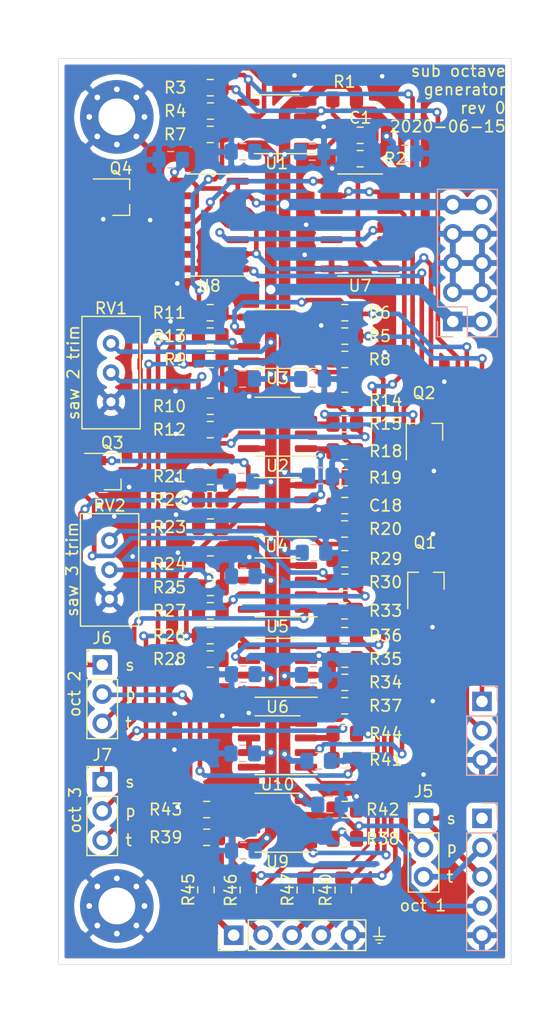
<source format=kicad_pcb>
(kicad_pcb (version 20171130) (host pcbnew 5.1.6-c6e7f7d~87~ubuntu18.04.1)
  (title_block (title "Sub Oscillator") (date 2020-07-22) (rev 0) (comment 1 creativecommons.org/licenses/by/4.0/) (comment 2 "License: CC by 4.0") (comment 3 "Author: Jordan Aceto"))
  (layers (0 F.Cu signal) (31 B.Cu signal) (34 B.Paste user hide) (35 F.Paste user hide) (36 B.SilkS user) (37 F.SilkS user) (38 B.Mask user) (39 F.Mask user) (44 Edge.Cuts user))
  (net 0 "")
  (net 1 "Net-(C1-Pad2)")
  (net 2 "Net-(C1-Pad1)")
  (net 3 GND)
  (net 4 "Net-(C18-Pad2)")
  (net 5 "Net-(C18-Pad1)")
  (net 6 "Net-(Q1-Pad3)")
  (net 7 "Net-(Q1-Pad1)")
  (net 8 "Net-(Q2-Pad3)")
  (net 9 "Net-(Q3-Pad3)")
  (net 10 "Net-(Q3-Pad1)")
  (net 11 "Net-(Q4-Pad3)")
  (net 12 "Net-(R3-Pad1)")
  (net 13 /sub_osc_1/man_pw_in_1)
  (net 14 "Net-(R5-Pad1)")
  (net 15 /sub_osc_1/pwm_in_1)
  (net 16 /sub_osc_1/summed_PWM)
  (net 17 "Net-(R10-Pad1)")
  (net 18 "Net-(R10-Pad2)")
  (net 19 "Net-(R11-Pad1)")
  (net 20 "Net-(R12-Pad1)")
  (net 21 "Net-(R14-Pad1)")
  (net 22 "Net-(R21-Pad1)")
  (net 23 "Net-(R24-Pad1)")
  (net 24 "Net-(R25-Pad2)")
  (net 25 "Net-(R26-Pad1)")
  (net 26 "Net-(R27-Pad1)")
  (net 27 "Net-(R29-Pad1)")
  (net 28 "Net-(R34-Pad1)")
  (net 29 "Net-(U7-Pad12)")
  (net 30 "Net-(U7-Pad10)")
  (net 31 "Net-(U7-Pad6)")
  (net 32 "Net-(U7-Pad8)")
  (net 33 "Net-(U7-Pad4)")
  (net 34 "Net-(U7-Pad2)")
  (net 35 "Net-(J4-Pad4)")
  (net 36 "Net-(J4-Pad3)")
  (net 37 "Net-(J4-Pad2)")
  (net 38 "Net-(J4-Pad1)")
  (net 39 -12V)
  (net 40 +12V)
  (net 41 "Net-(J5-Pad2)")
  (net 42 "Net-(J6-Pad2)")
  (net 43 "Net-(J7-Pad2)")
  (net 44 /pulse_in)
  (net 45 /saw_in)
  (net 46 /tri_in)
  (net 47 /sin_in)
  (net 48 /tri_over_2)
  (net 49 /saw_over_2)
  (net 50 /tri_over_4)
  (net 51 /saw_over_4)
  (net 52 /pulse_over_2)
  (net 53 /pulse_over_4)
  (net 54 /base_oct_out)
  (net 55 /sub_oct_1_out)
  (net 56 /sub_oct_2_out)
  (net 57 /mix_out)
  (net 58 "Net-(U10-Pad6)")
  (net 59 "Net-(Q2-Pad1)")
  (net 60 "Net-(Q4-Pad1)")
  (module Resistor_SMD:R_0805_2012Metric_Pad1.15x1.40mm_HandSolder (layer F.Cu) (at 89.399 74.93 180)
    (fp_text reference R13 (at 3.547 0) (layer F.SilkS))
    (fp_text value 2M2)
    (pad 2 smd roundrect (at 1.025 0 180) (size 1.15 1.4) (layers F.Cu F.Paste F.Mask) (roundrect_rratio 0.217391) (net 19 "Net-(R11-Pad1)"))
    (pad 1 smd roundrect (at -1.025 0 180) (size 1.15 1.4) (layers F.Cu F.Paste F.Mask) (roundrect_rratio 0.217391) (net 52 /pulse_over_2))
  )
  (module Resistor_SMD:R_0805_2012Metric_Pad1.15x1.40mm_HandSolder (layer F.Cu) (at 89.408 76.962 180)
    (fp_text reference R9 (at 3.048 0) (layer F.SilkS))
    (fp_text value 100k)
    (pad 2 smd roundrect (at 1.025 0 180) (size 1.15 1.4) (layers F.Cu F.Paste F.Mask) (roundrect_rratio 0.217391) (net 48 /tri_over_2))
    (pad 1 smd roundrect (at -1.025 0 180) (size 1.15 1.4) (layers F.Cu F.Paste F.Mask) (roundrect_rratio 0.217391) (net 17 "Net-(R10-Pad1)"))
  )
  (module Package_TO_SOT_SMD:SOT-23_Handsoldering (layer F.Cu) (at 81.637 62.8548)
    (fp_text reference Q4 (at 0 -2.5) (layer F.SilkS))
    (fp_text value MMBF5457)
    (pad 3 smd rect (at 1.5 0) (size 1.9 0.8) (layers F.Cu F.Paste F.Mask) (net 11 "Net-(Q4-Pad3)"))
    (pad 2 smd rect (at -1.5 0.95) (size 1.9 0.8) (layers F.Cu F.Paste F.Mask) (net 3 GND))
    (pad 1 smd rect (at -1.5 -0.95) (size 1.9 0.8) (layers F.Cu F.Paste F.Mask) (net 60 "Net-(Q4-Pad1)"))
  )
  (module Package_TO_SOT_SMD:SOT-23_Handsoldering (layer F.Cu) (at 80.8849 86.7029)
    (fp_text reference Q3 (at 0 -2.5) (layer F.SilkS))
    (fp_text value MMBF5457)
    (pad 3 smd rect (at 1.5 0) (size 1.9 0.8) (layers F.Cu F.Paste F.Mask) (net 9 "Net-(Q3-Pad3)"))
    (pad 2 smd rect (at -1.5 0.95) (size 1.9 0.8) (layers F.Cu F.Paste F.Mask) (net 3 GND))
    (pad 1 smd rect (at -1.5 -0.95) (size 1.9 0.8) (layers F.Cu F.Paste F.Mask) (net 10 "Net-(Q3-Pad1)"))
  )
  (module Package_TO_SOT_SMD:SOT-23_Handsoldering (layer F.Cu) (at 108.0287 83.2725 90)
    (fp_text reference Q2 (at 3.3923 -0.0381 180) (layer F.SilkS))
    (fp_text value MMBF5457)
    (pad 3 smd rect (at 1.5 0 90) (size 1.9 0.8) (layers F.Cu F.Paste F.Mask) (net 8 "Net-(Q2-Pad3)"))
    (pad 2 smd rect (at -1.5 0.95 90) (size 1.9 0.8) (layers F.Cu F.Paste F.Mask) (net 3 GND))
    (pad 1 smd rect (at -1.5 -0.95 90) (size 1.9 0.8) (layers F.Cu F.Paste F.Mask) (net 59 "Net-(Q2-Pad1)"))
  )
  (module Package_TO_SOT_SMD:SOT-23_Handsoldering (layer F.Cu) (at 108.1557 96.2138 90)
    (fp_text reference Q1 (at 3.3387 -0.0914 180) (layer F.SilkS))
    (fp_text value MMBF5457)
    (pad 3 smd rect (at 1.5 0 90) (size 1.9 0.8) (layers F.Cu F.Paste F.Mask) (net 6 "Net-(Q1-Pad3)"))
    (pad 2 smd rect (at -1.5 0.95 90) (size 1.9 0.8) (layers F.Cu F.Paste F.Mask) (net 3 GND))
    (pad 1 smd rect (at -1.5 -0.95 90) (size 1.9 0.8) (layers F.Cu F.Paste F.Mask) (net 7 "Net-(Q1-Pad1)"))
  )
  (module Connector_PinHeader_2.54mm:PinHeader_1x03_P2.54mm_Vertical (layer F.Cu) (at 80.01 113.665)
    (fp_text reference J7 (at 0 -2.33) (layer F.SilkS))
    (fp_text value Conn_01x03)
    (pad 3 thru_hole oval (at 0 5.08) (size 1.7 1.7) (drill 1) (layers *.Cu *.Mask) (net 50 /tri_over_4))
    (pad 2 thru_hole oval (at 0 2.54) (size 1.7 1.7) (drill 1) (layers *.Cu *.Mask) (net 43 "Net-(J7-Pad2)"))
    (pad 1 thru_hole rect (at 0 0) (size 1.7 1.7) (drill 1) (layers *.Cu *.Mask) (net 51 /saw_over_4))
  )
  (module Package_SO:SOIC-8_3.9x4.9mm_P1.27mm (layer F.Cu) (at 95.25 110.49 180)
    (fp_text reference U10 (at 0 -3.4) (layer F.SilkS))
    (fp_text value TL072)
    (pad 8 smd roundrect (at 2.475 -1.905 180) (size 1.95 0.6) (layers F.Cu F.Paste F.Mask) (net 40 +12V))
    (pad 7 smd roundrect (at 2.475 -0.635 180) (size 1.95 0.6) (layers F.Cu F.Paste F.Mask) (net 58 "Net-(U10-Pad6)"))
    (pad 6 smd roundrect (at 2.475 0.635 180) (size 1.95 0.6) (layers F.Cu F.Paste F.Mask) (net 58 "Net-(U10-Pad6)"))
    (pad 5 smd roundrect (at 2.475 1.905 180) (size 1.95 0.6) (layers F.Cu F.Paste F.Mask) (net 3 GND))
    (pad 4 smd roundrect (at -2.475 1.905 180) (size 1.95 0.6) (layers F.Cu F.Paste F.Mask) (net 39 -12V))
    (pad 3 smd roundrect (at -2.475 0.635 180) (size 1.95 0.6) (layers F.Cu F.Paste F.Mask) (net 43 "Net-(J7-Pad2)"))
    (pad 2 smd roundrect (at -2.475 -0.635 180) (size 1.95 0.6) (layers F.Cu F.Paste F.Mask) (net 56 /sub_oct_2_out))
    (pad 1 smd roundrect (at -2.475 -1.905 180) (size 1.95 0.6) (layers F.Cu F.Paste F.Mask) (net 56 /sub_oct_2_out))
  )
  (module Package_SO:SOIC-8_3.9x4.9mm_P1.27mm (layer F.Cu) (at 95.25 117.221 180)
    (fp_text reference U9 (at 0 -3.4) (layer F.SilkS))
    (fp_text value TL072)
    (pad 8 smd roundrect (at 2.475 -1.905 180) (size 1.95 0.6) (layers F.Cu F.Paste F.Mask) (net 40 +12V))
    (pad 7 smd roundrect (at 2.475 -0.635 180) (size 1.95 0.6) (layers F.Cu F.Paste F.Mask) (net 55 /sub_oct_1_out))
    (pad 6 smd roundrect (at 2.475 0.635 180) (size 1.95 0.6) (layers F.Cu F.Paste F.Mask) (net 55 /sub_oct_1_out))
    (pad 5 smd roundrect (at 2.475 1.905 180) (size 1.95 0.6) (layers F.Cu F.Paste F.Mask) (net 42 "Net-(J6-Pad2)"))
    (pad 4 smd roundrect (at -2.475 1.905 180) (size 1.95 0.6) (layers F.Cu F.Paste F.Mask) (net 39 -12V))
    (pad 3 smd roundrect (at -2.475 0.635 180) (size 1.95 0.6) (layers F.Cu F.Paste F.Mask) (net 41 "Net-(J5-Pad2)"))
    (pad 2 smd roundrect (at -2.475 -0.635 180) (size 1.95 0.6) (layers F.Cu F.Paste F.Mask) (net 54 /base_oct_out))
    (pad 1 smd roundrect (at -2.475 -1.905 180) (size 1.95 0.6) (layers F.Cu F.Paste F.Mask) (net 54 /base_oct_out))
  )
  (module Resistor_SMD:R_0805_2012Metric_Pad1.15x1.40mm_HandSolder (layer F.Cu) (at 97.663 123.072 90)
    (fp_text reference R47 (at 0.009 -1.524 90) (layer F.SilkS))
    (fp_text value 1k)
    (pad 2 smd roundrect (at 1.025 0 90) (size 1.15 1.4) (layers F.Cu F.Paste F.Mask) (roundrect_rratio 0.217391) (net 56 /sub_oct_2_out))
    (pad 1 smd roundrect (at -1.025 0 90) (size 1.15 1.4) (layers F.Cu F.Paste F.Mask) (roundrect_rratio 0.217391) (net 36 "Net-(J4-Pad3)"))
  )
  (module Resistor_SMD:R_0805_2012Metric_Pad1.15x1.40mm_HandSolder (layer F.Cu) (at 92.71 123.072 90)
    (fp_text reference R46 (at -0.009 -1.524 90) (layer F.SilkS))
    (fp_text value 1k)
    (pad 2 smd roundrect (at 1.025 0 90) (size 1.15 1.4) (layers F.Cu F.Paste F.Mask) (roundrect_rratio 0.217391) (net 55 /sub_oct_1_out))
    (pad 1 smd roundrect (at -1.025 0 90) (size 1.15 1.4) (layers F.Cu F.Paste F.Mask) (roundrect_rratio 0.217391) (net 37 "Net-(J4-Pad2)"))
  )
  (module Resistor_SMD:R_0805_2012Metric_Pad1.15x1.40mm_HandSolder (layer F.Cu) (at 89.027 123.054 90)
    (fp_text reference R45 (at 0 -1.524 90) (layer F.SilkS))
    (fp_text value 1k)
    (pad 2 smd roundrect (at 1.025 0 90) (size 1.15 1.4) (layers F.Cu F.Paste F.Mask) (roundrect_rratio 0.217391) (net 54 /base_oct_out))
    (pad 1 smd roundrect (at -1.025 0 90) (size 1.15 1.4) (layers F.Cu F.Paste F.Mask) (roundrect_rratio 0.217391) (net 38 "Net-(J4-Pad1)"))
  )
  (module Resistor_SMD:R_0805_2012Metric_Pad1.15x1.40mm_HandSolder (layer F.Cu) (at 101.101 109.474)
    (fp_text reference R44 (at 3.565 0) (layer F.SilkS))
    (fp_text value 100k)
    (pad 2 smd roundrect (at 1.025 0) (size 1.15 1.4) (layers F.Cu F.Paste F.Mask) (roundrect_rratio 0.217391) (net 3 GND))
    (pad 1 smd roundrect (at -1.025 0) (size 1.15 1.4) (layers F.Cu F.Paste F.Mask) (roundrect_rratio 0.217391) (net 43 "Net-(J7-Pad2)"))
  )
  (module Resistor_SMD:R_0805_2012Metric_Pad1.15x1.40mm_HandSolder (layer F.Cu) (at 89.0942 116.078 180)
    (fp_text reference R43 (at 3.565 0) (layer F.SilkS))
    (fp_text value 100k)
    (pad 2 smd roundrect (at 1.025 0 180) (size 1.15 1.4) (layers F.Cu F.Paste F.Mask) (roundrect_rratio 0.217391) (net 3 GND))
    (pad 1 smd roundrect (at -1.025 0 180) (size 1.15 1.4) (layers F.Cu F.Paste F.Mask) (roundrect_rratio 0.217391) (net 42 "Net-(J6-Pad2)"))
  )
  (module Resistor_SMD:R_0805_2012Metric_Pad1.15x1.40mm_HandSolder (layer F.Cu) (at 101.101 116.078)
    (fp_text reference R42 (at 3.302 0) (layer F.SilkS))
    (fp_text value dnf)
    (pad 2 smd roundrect (at 1.025 0) (size 1.15 1.4) (layers F.Cu F.Paste F.Mask) (roundrect_rratio 0.217391) (net 3 GND))
    (pad 1 smd roundrect (at -1.025 0) (size 1.15 1.4) (layers F.Cu F.Paste F.Mask) (roundrect_rratio 0.217391) (net 41 "Net-(J5-Pad2)"))
  )
  (module Resistor_SMD:R_0805_2012Metric_Pad1.15x1.40mm_HandSolder (layer F.Cu) (at 101.101 111.76)
    (fp_text reference R41 (at 3.565 0) (layer F.SilkS))
    (fp_text value 120k)
    (pad 2 smd roundrect (at 1.025 0) (size 1.15 1.4) (layers F.Cu F.Paste F.Mask) (roundrect_rratio 0.217391) (net 53 /pulse_over_4))
    (pad 1 smd roundrect (at -1.025 0) (size 1.15 1.4) (layers F.Cu F.Paste F.Mask) (roundrect_rratio 0.217391) (net 43 "Net-(J7-Pad2)"))
  )
  (module Resistor_SMD:R_0805_2012Metric_Pad1.15x1.40mm_HandSolder (layer F.Cu) (at 100.965 123.063 90)
    (fp_text reference R40 (at -0.009 -1.524 90) (layer F.SilkS))
    (fp_text value 1k)
    (pad 2 smd roundrect (at 1.025 0 90) (size 1.15 1.4) (layers F.Cu F.Paste F.Mask) (roundrect_rratio 0.217391) (net 57 /mix_out))
    (pad 1 smd roundrect (at -1.025 0 90) (size 1.15 1.4) (layers F.Cu F.Paste F.Mask) (roundrect_rratio 0.217391) (net 35 "Net-(J4-Pad4)"))
  )
  (module Resistor_SMD:R_0805_2012Metric_Pad1.15x1.40mm_HandSolder (layer F.Cu) (at 89.0942 118.491 180)
    (fp_text reference R39 (at 3.565 0) (layer F.SilkS))
    (fp_text value 120k)
    (pad 2 smd roundrect (at 1.025 0 180) (size 1.15 1.4) (layers F.Cu F.Paste F.Mask) (roundrect_rratio 0.217391) (net 52 /pulse_over_2))
    (pad 1 smd roundrect (at -1.025 0 180) (size 1.15 1.4) (layers F.Cu F.Paste F.Mask) (roundrect_rratio 0.217391) (net 42 "Net-(J6-Pad2)"))
  )
  (module Resistor_SMD:R_0805_2012Metric_Pad1.15x1.40mm_HandSolder (layer F.Cu) (at 101.101 118.618 180)
    (fp_text reference R38 (at -3.302 0) (layer F.SilkS))
    (fp_text value 120k)
    (pad 2 smd roundrect (at 1.025 0 180) (size 1.15 1.4) (layers F.Cu F.Paste F.Mask) (roundrect_rratio 0.217391) (net 44 /pulse_in))
    (pad 1 smd roundrect (at -1.025 0 180) (size 1.15 1.4) (layers F.Cu F.Paste F.Mask) (roundrect_rratio 0.217391) (net 41 "Net-(J5-Pad2)"))
  )
  (module Connector_PinHeader_2.54mm:PinHeader_2x05_P2.54mm_Vertical (layer B.Cu) (at 110.49 73.66)
    (fp_text reference J3 hide)
    (fp_text value power_input)
    (pad 10 thru_hole oval (at 2.54 -10.16) (size 1.7 1.7) (drill 1) (layers *.Cu *.Mask) (net 39 -12V))
    (pad 9 thru_hole oval (at 0 -10.16) (size 1.7 1.7) (drill 1) (layers *.Cu *.Mask) (net 39 -12V))
    (pad 8 thru_hole oval (at 2.54 -7.62) (size 1.7 1.7) (drill 1) (layers *.Cu *.Mask) (net 3 GND))
    (pad 7 thru_hole oval (at 0 -7.62) (size 1.7 1.7) (drill 1) (layers *.Cu *.Mask) (net 3 GND))
    (pad 6 thru_hole oval (at 2.54 -5.08) (size 1.7 1.7) (drill 1) (layers *.Cu *.Mask) (net 3 GND))
    (pad 5 thru_hole oval (at 0 -5.08) (size 1.7 1.7) (drill 1) (layers *.Cu *.Mask) (net 3 GND))
    (pad 4 thru_hole oval (at 2.54 -2.54) (size 1.7 1.7) (drill 1) (layers *.Cu *.Mask) (net 3 GND))
    (pad 3 thru_hole oval (at 0 -2.54) (size 1.7 1.7) (drill 1) (layers *.Cu *.Mask) (net 3 GND))
    (pad 2 thru_hole oval (at 2.54 0) (size 1.7 1.7) (drill 1) (layers *.Cu *.Mask) (net 40 +12V))
    (pad 1 thru_hole rect (at 0 0) (size 1.7 1.7) (drill 1) (layers *.Cu *.Mask) (net 40 +12V))
  )
  (module Connector_PinHeader_2.54mm:PinHeader_1x03_P2.54mm_Vertical (layer F.Cu) (at 80.01 103.505)
    (fp_text reference J6 (at 0 -2.33) (layer F.SilkS))
    (fp_text value Conn_01x03)
    (pad 3 thru_hole oval (at 0 5.08) (size 1.7 1.7) (drill 1) (layers *.Cu *.Mask) (net 48 /tri_over_2))
    (pad 2 thru_hole oval (at 0 2.54) (size 1.7 1.7) (drill 1) (layers *.Cu *.Mask) (net 42 "Net-(J6-Pad2)"))
    (pad 1 thru_hole rect (at 0 0) (size 1.7 1.7) (drill 1) (layers *.Cu *.Mask) (net 49 /saw_over_2))
  )
  (module Connector_PinHeader_2.54mm:PinHeader_1x03_P2.54mm_Vertical (layer F.Cu) (at 107.95 116.84)
    (fp_text reference J5 (at 0 -2.33) (layer F.SilkS))
    (fp_text value Conn_01x03)
    (pad 3 thru_hole oval (at 0 5.08) (size 1.7 1.7) (drill 1) (layers *.Cu *.Mask) (net 46 /tri_in))
    (pad 2 thru_hole oval (at 0 2.54) (size 1.7 1.7) (drill 1) (layers *.Cu *.Mask) (net 41 "Net-(J5-Pad2)"))
    (pad 1 thru_hole rect (at 0 0) (size 1.7 1.7) (drill 1) (layers *.Cu *.Mask) (net 45 /saw_in))
  )
  (module Connector_PinHeader_2.54mm:PinHeader_1x05_P2.54mm_Vertical (layer F.Cu) (at 91.44 127 90)
    (fp_text reference J4)
    (fp_text value signal_outputs)
    (pad 5 thru_hole oval (at 0 10.16 90) (size 1.7 1.7) (drill 1) (layers *.Cu *.Mask) (net 3 GND))
    (pad 4 thru_hole oval (at 0 7.62 90) (size 1.7 1.7) (drill 1) (layers *.Cu *.Mask) (net 35 "Net-(J4-Pad4)"))
    (pad 3 thru_hole oval (at 0 5.08 90) (size 1.7 1.7) (drill 1) (layers *.Cu *.Mask) (net 36 "Net-(J4-Pad3)"))
    (pad 2 thru_hole oval (at 0 2.54 90) (size 1.7 1.7) (drill 1) (layers *.Cu *.Mask) (net 37 "Net-(J4-Pad2)"))
    (pad 1 thru_hole rect (at 0 0 90) (size 1.7 1.7) (drill 1) (layers *.Cu *.Mask) (net 38 "Net-(J4-Pad1)"))
  )
  (module MountingHole:MountingHole_3.2mm_M3_Pad_Via (layer F.Cu) (at 81.28 124.46)
    (fp_text reference H2)
    (fp_text value MountingHole_Pad)
    (pad 1 thru_hole circle (at 1.697056 -1.697056) (size 0.8 0.8) (drill 0.5) (layers *.Cu *.Mask) (net 3 GND))
    (pad 1 thru_hole circle (at 0 -2.4) (size 0.8 0.8) (drill 0.5) (layers *.Cu *.Mask) (net 3 GND))
    (pad 1 thru_hole circle (at -1.697056 -1.697056) (size 0.8 0.8) (drill 0.5) (layers *.Cu *.Mask) (net 3 GND))
    (pad 1 thru_hole circle (at -2.4 0) (size 0.8 0.8) (drill 0.5) (layers *.Cu *.Mask) (net 3 GND))
    (pad 1 thru_hole circle (at -1.697056 1.697056) (size 0.8 0.8) (drill 0.5) (layers *.Cu *.Mask) (net 3 GND))
    (pad 1 thru_hole circle (at 0 2.4) (size 0.8 0.8) (drill 0.5) (layers *.Cu *.Mask) (net 3 GND))
    (pad 1 thru_hole circle (at 1.697056 1.697056) (size 0.8 0.8) (drill 0.5) (layers *.Cu *.Mask) (net 3 GND))
    (pad 1 thru_hole circle (at 2.4 0) (size 0.8 0.8) (drill 0.5) (layers *.Cu *.Mask) (net 3 GND))
    (pad 1 thru_hole circle (at 0 0) (size 6.4 6.4) (drill 3.2) (layers *.Cu *.Mask) (net 3 GND))
  )
  (module MountingHole:MountingHole_3.2mm_M3_Pad_Via (layer F.Cu) (at 81.28 55.88)
    (fp_text reference H1)
    (fp_text value MountingHole_Pad)
    (pad 1 thru_hole circle (at 1.697056 -1.697056) (size 0.8 0.8) (drill 0.5) (layers *.Cu *.Mask) (net 3 GND))
    (pad 1 thru_hole circle (at 0 -2.4) (size 0.8 0.8) (drill 0.5) (layers *.Cu *.Mask) (net 3 GND))
    (pad 1 thru_hole circle (at -1.697056 -1.697056) (size 0.8 0.8) (drill 0.5) (layers *.Cu *.Mask) (net 3 GND))
    (pad 1 thru_hole circle (at -2.4 0) (size 0.8 0.8) (drill 0.5) (layers *.Cu *.Mask) (net 3 GND))
    (pad 1 thru_hole circle (at -1.697056 1.697056) (size 0.8 0.8) (drill 0.5) (layers *.Cu *.Mask) (net 3 GND))
    (pad 1 thru_hole circle (at 0 2.4) (size 0.8 0.8) (drill 0.5) (layers *.Cu *.Mask) (net 3 GND))
    (pad 1 thru_hole circle (at 1.697056 1.697056) (size 0.8 0.8) (drill 0.5) (layers *.Cu *.Mask) (net 3 GND))
    (pad 1 thru_hole circle (at 2.4 0) (size 0.8 0.8) (drill 0.5) (layers *.Cu *.Mask) (net 3 GND))
    (pad 1 thru_hole circle (at 0 0) (size 6.4 6.4) (drill 3.2) (layers *.Cu *.Mask) (net 3 GND))
  )
  (module Connector_PinHeader_2.54mm:PinHeader_1x03_P2.54mm_Vertical (layer B.Cu) (at 113.03 106.68 180)
    (fp_text reference J2)
    (fp_text value pwm_inputs)
    (pad 3 thru_hole oval (at 0 -5.08 180) (size 1.7 1.7) (drill 1) (layers *.Cu *.Mask) (net 3 GND))
    (pad 2 thru_hole oval (at 0 -2.54 180) (size 1.7 1.7) (drill 1) (layers *.Cu *.Mask) (net 15 /sub_osc_1/pwm_in_1))
    (pad 1 thru_hole rect (at 0 0 180) (size 1.7 1.7) (drill 1) (layers *.Cu *.Mask) (net 13 /sub_osc_1/man_pw_in_1))
  )
  (module Connector_PinHeader_2.54mm:PinHeader_1x05_P2.54mm_Vertical (layer B.Cu) (at 113.03 116.84 180)
    (fp_text reference J1)
    (fp_text value signal_inputs)
    (pad 5 thru_hole oval (at 0 -10.16 180) (size 1.7 1.7) (drill 1) (layers *.Cu *.Mask) (net 3 GND))
    (pad 4 thru_hole oval (at 0 -7.62 180) (size 1.7 1.7) (drill 1) (layers *.Cu *.Mask) (net 44 /pulse_in))
    (pad 3 thru_hole oval (at 0 -5.08 180) (size 1.7 1.7) (drill 1) (layers *.Cu *.Mask) (net 45 /saw_in))
    (pad 2 thru_hole oval (at 0 -2.54 180) (size 1.7 1.7) (drill 1) (layers *.Cu *.Mask) (net 46 /tri_in))
    (pad 1 thru_hole rect (at 0 0 180) (size 1.7 1.7) (drill 1) (layers *.Cu *.Mask) (net 47 /sin_in))
  )
  (module Package_SO:SOIC-14_3.9x8.7mm_P1.27mm (layer F.Cu) (at 89.3206 65.278 180)
    (fp_text reference U8 (at 0 -5.28) (layer F.SilkS))
    (fp_text value 4013)
    (pad 14 smd roundrect (at 2.475 -3.81 180) (size 1.95 0.6) (layers F.Cu F.Paste F.Mask) (net 3 GND))
    (pad 13 smd roundrect (at 2.475 -2.54 180) (size 1.95 0.6) (layers F.Cu F.Paste F.Mask) (net 9 "Net-(Q3-Pad3)"))
    (pad 12 smd roundrect (at 2.475 -1.27 180) (size 1.95 0.6) (layers F.Cu F.Paste F.Mask) (net 11 "Net-(Q4-Pad3)"))
    (pad 11 smd roundrect (at 2.475 0 180) (size 1.95 0.6) (layers F.Cu F.Paste F.Mask) (net 32 "Net-(U7-Pad8)"))
    (pad 10 smd roundrect (at 2.475 1.27 180) (size 1.95 0.6) (layers F.Cu F.Paste F.Mask) (net 39 -12V))
    (pad 9 smd roundrect (at 2.475 2.54 180) (size 1.95 0.6) (layers F.Cu F.Paste F.Mask) (net 11 "Net-(Q4-Pad3)"))
    (pad 8 smd roundrect (at 2.475 3.81 180) (size 1.95 0.6) (layers F.Cu F.Paste F.Mask) (net 39 -12V))
    (pad 7 smd roundrect (at -2.475 3.81 180) (size 1.95 0.6) (layers F.Cu F.Paste F.Mask) (net 39 -12V))
    (pad 6 smd roundrect (at -2.475 2.54 180) (size 1.95 0.6) (layers F.Cu F.Paste F.Mask) (net 39 -12V))
    (pad 5 smd roundrect (at -2.475 1.27 180) (size 1.95 0.6) (layers F.Cu F.Paste F.Mask) (net 8 "Net-(Q2-Pad3)"))
    (pad 4 smd roundrect (at -2.475 0 180) (size 1.95 0.6) (layers F.Cu F.Paste F.Mask) (net 39 -12V))
    (pad 3 smd roundrect (at -2.475 -1.27 180) (size 1.95 0.6) (layers F.Cu F.Paste F.Mask) (net 33 "Net-(U7-Pad4)"))
    (pad 2 smd roundrect (at -2.475 -2.54 180) (size 1.95 0.6) (layers F.Cu F.Paste F.Mask) (net 8 "Net-(Q2-Pad3)"))
    (pad 1 smd roundrect (at -2.475 -3.81 180) (size 1.95 0.6) (layers F.Cu F.Paste F.Mask) (net 6 "Net-(Q1-Pad3)"))
  )
  (module Package_SO:SOIC-14_3.9x8.7mm_P1.27mm (layer F.Cu) (at 102.427 65.278 180)
    (fp_text reference U7 (at 0 -5.28) (layer F.SilkS))
    (fp_text value 40106)
    (pad 14 smd roundrect (at 2.475 -3.81 180) (size 1.95 0.6) (layers F.Cu F.Paste F.Mask) (net 3 GND))
    (pad 13 smd roundrect (at 2.475 -2.54 180) (size 1.95 0.6) (layers F.Cu F.Paste F.Mask) (net 3 GND))
    (pad 12 smd roundrect (at 2.475 -1.27 180) (size 1.95 0.6) (layers F.Cu F.Paste F.Mask) (net 29 "Net-(U7-Pad12)"))
    (pad 11 smd roundrect (at 2.475 0 180) (size 1.95 0.6) (layers F.Cu F.Paste F.Mask) (net 3 GND))
    (pad 10 smd roundrect (at 2.475 1.27 180) (size 1.95 0.6) (layers F.Cu F.Paste F.Mask) (net 30 "Net-(U7-Pad10)"))
    (pad 9 smd roundrect (at 2.475 2.54 180) (size 1.95 0.6) (layers F.Cu F.Paste F.Mask) (net 31 "Net-(U7-Pad6)"))
    (pad 8 smd roundrect (at 2.475 3.81 180) (size 1.95 0.6) (layers F.Cu F.Paste F.Mask) (net 32 "Net-(U7-Pad8)"))
    (pad 7 smd roundrect (at -2.475 3.81 180) (size 1.95 0.6) (layers F.Cu F.Paste F.Mask) (net 39 -12V))
    (pad 6 smd roundrect (at -2.475 2.54 180) (size 1.95 0.6) (layers F.Cu F.Paste F.Mask) (net 31 "Net-(U7-Pad6)"))
    (pad 5 smd roundrect (at -2.475 1.27 180) (size 1.95 0.6) (layers F.Cu F.Paste F.Mask) (net 5 "Net-(C18-Pad1)"))
    (pad 4 smd roundrect (at -2.475 0 180) (size 1.95 0.6) (layers F.Cu F.Paste F.Mask) (net 33 "Net-(U7-Pad4)"))
    (pad 3 smd roundrect (at -2.475 -1.27 180) (size 1.95 0.6) (layers F.Cu F.Paste F.Mask) (net 34 "Net-(U7-Pad2)"))
    (pad 2 smd roundrect (at -2.475 -2.54 180) (size 1.95 0.6) (layers F.Cu F.Paste F.Mask) (net 34 "Net-(U7-Pad2)"))
    (pad 1 smd roundrect (at -2.475 -3.81 180) (size 1.95 0.6) (layers F.Cu F.Paste F.Mask) (net 2 "Net-(C1-Pad1)"))
  )
  (module Package_SO:SOIC-8_3.9x4.9mm_P1.27mm (layer F.Cu) (at 95.25 103.759 180)
    (fp_text reference U6 (at 0 -3.4) (layer F.SilkS))
    (fp_text value TL072)
    (pad 8 smd roundrect (at 2.475 -1.905 180) (size 1.95 0.6) (layers F.Cu F.Paste F.Mask) (net 40 +12V))
    (pad 7 smd roundrect (at 2.475 -0.635 180) (size 1.95 0.6) (layers F.Cu F.Paste F.Mask) (net 53 /pulse_over_4))
    (pad 6 smd roundrect (at 2.475 0.635 180) (size 1.95 0.6) (layers F.Cu F.Paste F.Mask) (net 16 /sub_osc_1/summed_PWM))
    (pad 5 smd roundrect (at 2.475 1.905 180) (size 1.95 0.6) (layers F.Cu F.Paste F.Mask) (net 25 "Net-(R26-Pad1)"))
    (pad 4 smd roundrect (at -2.475 1.905 180) (size 1.95 0.6) (layers F.Cu F.Paste F.Mask) (net 39 -12V))
    (pad 3 smd roundrect (at -2.475 0.635 180) (size 1.95 0.6) (layers F.Cu F.Paste F.Mask) (net 3 GND))
    (pad 2 smd roundrect (at -2.475 -0.635 180) (size 1.95 0.6) (layers F.Cu F.Paste F.Mask) (net 28 "Net-(R34-Pad1)"))
    (pad 1 smd roundrect (at -2.475 -1.905 180) (size 1.95 0.6) (layers F.Cu F.Paste F.Mask) (net 57 /mix_out))
  )
  (module Package_SO:SOIC-8_3.9x4.9mm_P1.27mm (layer F.Cu) (at 95.25 96.774 180)
    (fp_text reference U5 (at 0 -3.4) (layer F.SilkS))
    (fp_text value TL072)
    (pad 8 smd roundrect (at 2.475 -1.905 180) (size 1.95 0.6) (layers F.Cu F.Paste F.Mask) (net 40 +12V))
    (pad 7 smd roundrect (at 2.475 -0.635 180) (size 1.95 0.6) (layers F.Cu F.Paste F.Mask) (net 26 "Net-(R27-Pad1)"))
    (pad 6 smd roundrect (at 2.475 0.635 180) (size 1.95 0.6) (layers F.Cu F.Paste F.Mask) (net 23 "Net-(R24-Pad1)"))
    (pad 5 smd roundrect (at 2.475 1.905 180) (size 1.95 0.6) (layers F.Cu F.Paste F.Mask) (net 3 GND))
    (pad 4 smd roundrect (at -2.475 1.905 180) (size 1.95 0.6) (layers F.Cu F.Paste F.Mask) (net 39 -12V))
    (pad 3 smd roundrect (at -2.475 0.635 180) (size 1.95 0.6) (layers F.Cu F.Paste F.Mask) (net 60 "Net-(Q4-Pad1)"))
    (pad 2 smd roundrect (at -2.475 -0.635 180) (size 1.95 0.6) (layers F.Cu F.Paste F.Mask) (net 27 "Net-(R29-Pad1)"))
    (pad 1 smd roundrect (at -2.475 -1.905 180) (size 1.95 0.6) (layers F.Cu F.Paste F.Mask) (net 51 /saw_over_4))
  )
  (module Package_SO:SOIC-8_3.9x4.9mm_P1.27mm (layer F.Cu) (at 95.185 89.789 180)
    (fp_text reference U4 (at 0 -3.4) (layer F.SilkS))
    (fp_text value TL072)
    (pad 8 smd roundrect (at 2.475 -1.905 180) (size 1.95 0.6) (layers F.Cu F.Paste F.Mask) (net 40 +12V))
    (pad 7 smd roundrect (at 2.475 -0.635 180) (size 1.95 0.6) (layers F.Cu F.Paste F.Mask) (net 50 /tri_over_4))
    (pad 6 smd roundrect (at 2.475 0.635 180) (size 1.95 0.6) (layers F.Cu F.Paste F.Mask) (net 22 "Net-(R21-Pad1)"))
    (pad 5 smd roundrect (at 2.475 1.905 180) (size 1.95 0.6) (layers F.Cu F.Paste F.Mask) (net 10 "Net-(Q3-Pad1)"))
    (pad 4 smd roundrect (at -2.475 1.905 180) (size 1.95 0.6) (layers F.Cu F.Paste F.Mask) (net 39 -12V))
    (pad 3 smd roundrect (at -2.475 0.635 180) (size 1.95 0.6) (layers F.Cu F.Paste F.Mask) (net 49 /saw_over_2))
    (pad 2 smd roundrect (at -2.475 -0.635 180) (size 1.95 0.6) (layers F.Cu F.Paste F.Mask) (net 3 GND))
    (pad 1 smd roundrect (at -2.475 -1.905 180) (size 1.95 0.6) (layers F.Cu F.Paste F.Mask) (net 4 "Net-(C18-Pad2)"))
  )
  (module Package_SO:SOIC-8_3.9x4.9mm_P1.27mm (layer F.Cu) (at 95.25 75.184 180)
    (fp_text reference U3 (at 0 -3.4) (layer F.SilkS))
    (fp_text value TL072)
    (pad 8 smd roundrect (at 2.475 -1.905 180) (size 1.95 0.6) (layers F.Cu F.Paste F.Mask) (net 40 +12V))
    (pad 7 smd roundrect (at 2.475 -0.635 180) (size 1.95 0.6) (layers F.Cu F.Paste F.Mask) (net 52 /pulse_over_2))
    (pad 6 smd roundrect (at 2.475 0.635 180) (size 1.95 0.6) (layers F.Cu F.Paste F.Mask) (net 16 /sub_osc_1/summed_PWM))
    (pad 5 smd roundrect (at 2.475 1.905 180) (size 1.95 0.6) (layers F.Cu F.Paste F.Mask) (net 19 "Net-(R11-Pad1)"))
    (pad 4 smd roundrect (at -2.475 1.905 180) (size 1.95 0.6) (layers F.Cu F.Paste F.Mask) (net 39 -12V))
    (pad 3 smd roundrect (at -2.475 0.635 180) (size 1.95 0.6) (layers F.Cu F.Paste F.Mask) (net 3 GND))
    (pad 2 smd roundrect (at -2.475 -0.635 180) (size 1.95 0.6) (layers F.Cu F.Paste F.Mask) (net 14 "Net-(R5-Pad1)"))
    (pad 1 smd roundrect (at -2.475 -1.905 180) (size 1.95 0.6) (layers F.Cu F.Paste F.Mask) (net 16 /sub_osc_1/summed_PWM))
  )
  (module Package_SO:SOIC-8_3.9x4.9mm_P1.27mm (layer F.Cu) (at 95.25 82.804 180)
    (fp_text reference U2 (at 0 -3.4) (layer F.SilkS))
    (fp_text value TL072)
    (pad 8 smd roundrect (at 2.475 -1.905 180) (size 1.95 0.6) (layers F.Cu F.Paste F.Mask) (net 40 +12V))
    (pad 7 smd roundrect (at 2.475 -0.635 180) (size 1.95 0.6) (layers F.Cu F.Paste F.Mask) (net 20 "Net-(R12-Pad1)"))
    (pad 6 smd roundrect (at 2.475 0.635 180) (size 1.95 0.6) (layers F.Cu F.Paste F.Mask) (net 17 "Net-(R10-Pad1)"))
    (pad 5 smd roundrect (at 2.475 1.905 180) (size 1.95 0.6) (layers F.Cu F.Paste F.Mask) (net 3 GND))
    (pad 4 smd roundrect (at -2.475 1.905 180) (size 1.95 0.6) (layers F.Cu F.Paste F.Mask) (net 39 -12V))
    (pad 3 smd roundrect (at -2.475 0.635 180) (size 1.95 0.6) (layers F.Cu F.Paste F.Mask) (net 59 "Net-(Q2-Pad1)"))
    (pad 2 smd roundrect (at -2.475 -0.635 180) (size 1.95 0.6) (layers F.Cu F.Paste F.Mask) (net 21 "Net-(R14-Pad1)"))
    (pad 1 smd roundrect (at -2.475 -1.905 180) (size 1.95 0.6) (layers F.Cu F.Paste F.Mask) (net 49 /saw_over_2))
  )
  (module Package_SO:SOIC-8_3.9x4.9mm_P1.27mm (layer F.Cu) (at 95.185 56.515 180)
    (fp_text reference U1 (at 0 -3.4) (layer F.SilkS))
    (fp_text value TL072)
    (pad 8 smd roundrect (at 2.475 -1.905 180) (size 1.95 0.6) (layers F.Cu F.Paste F.Mask) (net 40 +12V))
    (pad 7 smd roundrect (at 2.475 -0.635 180) (size 1.95 0.6) (layers F.Cu F.Paste F.Mask) (net 48 /tri_over_2))
    (pad 6 smd roundrect (at 2.475 0.635 180) (size 1.95 0.6) (layers F.Cu F.Paste F.Mask) (net 12 "Net-(R3-Pad1)"))
    (pad 5 smd roundrect (at 2.475 1.905 180) (size 1.95 0.6) (layers F.Cu F.Paste F.Mask) (net 7 "Net-(Q1-Pad1)"))
    (pad 4 smd roundrect (at -2.475 1.905 180) (size 1.95 0.6) (layers F.Cu F.Paste F.Mask) (net 39 -12V))
    (pad 3 smd roundrect (at -2.475 0.635 180) (size 1.95 0.6) (layers F.Cu F.Paste F.Mask) (net 45 /saw_in))
    (pad 2 smd roundrect (at -2.475 -0.635 180) (size 1.95 0.6) (layers F.Cu F.Paste F.Mask) (net 3 GND))
    (pad 1 smd roundrect (at -2.475 -1.905 180) (size 1.95 0.6) (layers F.Cu F.Paste F.Mask) (net 1 "Net-(C1-Pad2)"))
  )
  (module Potentiometer_THT:Potentiometer_Bourns_3296W_Vertical (layer F.Cu) (at 80.645 92.71 90)
    (fp_text reference RV2 (at 3.048 0 180) (layer F.SilkS))
    (fp_text value 100k)
    (pad 3 thru_hole circle (at -5.08 0 90) (size 1.44 1.44) (drill 0.8) (layers *.Cu *.Mask) (net 3 GND))
    (pad 2 thru_hole circle (at -2.54 0 90) (size 1.44 1.44) (drill 0.8) (layers *.Cu *.Mask) (net 24 "Net-(R25-Pad2)"))
    (pad 1 thru_hole circle (at 0 0 90) (size 1.44 1.44) (drill 0.8) (layers *.Cu *.Mask) (net 40 +12V))
  )
  (module Potentiometer_THT:Potentiometer_Bourns_3296W_Vertical (layer F.Cu) (at 80.772 75.565 90)
    (fp_text reference RV1 (at 3.048 0 180) (layer F.SilkS))
    (fp_text value 100k)
    (pad 3 thru_hole circle (at -5.08 0 90) (size 1.44 1.44) (drill 0.8) (layers *.Cu *.Mask) (net 3 GND))
    (pad 2 thru_hole circle (at -2.54 0 90) (size 1.44 1.44) (drill 0.8) (layers *.Cu *.Mask) (net 18 "Net-(R10-Pad2)"))
    (pad 1 thru_hole circle (at 0 0 90) (size 1.44 1.44) (drill 0.8) (layers *.Cu *.Mask) (net 40 +12V))
  )
  (module Resistor_SMD:R_0805_2012Metric_Pad1.15x1.40mm_HandSolder (layer F.Cu) (at 101.092 107.061 180)
    (fp_text reference R37 (at -3.556 0) (layer F.SilkS))
    (fp_text value 100k)
    (pad 2 smd roundrect (at 1.025 0 180) (size 1.15 1.4) (layers F.Cu F.Paste F.Mask) (roundrect_rratio 0.217391) (net 28 "Net-(R34-Pad1)"))
    (pad 1 smd roundrect (at -1.025 0 180) (size 1.15 1.4) (layers F.Cu F.Paste F.Mask) (roundrect_rratio 0.217391) (net 57 /mix_out))
  )
  (module Resistor_SMD:R_0805_2012Metric_Pad1.15x1.40mm_HandSolder (layer F.Cu) (at 101.092 100.965)
    (fp_text reference R36 (at 3.556 0) (layer F.SilkS))
    (fp_text value 100k)
    (pad 2 smd roundrect (at 1.025 0) (size 1.15 1.4) (layers F.Cu F.Paste F.Mask) (roundrect_rratio 0.217391) (net 56 /sub_oct_2_out))
    (pad 1 smd roundrect (at -1.025 0) (size 1.15 1.4) (layers F.Cu F.Paste F.Mask) (roundrect_rratio 0.217391) (net 28 "Net-(R34-Pad1)"))
  )
  (module Resistor_SMD:R_0805_2012Metric_Pad1.15x1.40mm_HandSolder (layer F.Cu) (at 101.101 102.997)
    (fp_text reference R35 (at 3.547 0) (layer F.SilkS))
    (fp_text value 100k)
    (pad 2 smd roundrect (at 1.025 0) (size 1.15 1.4) (layers F.Cu F.Paste F.Mask) (roundrect_rratio 0.217391) (net 55 /sub_oct_1_out))
    (pad 1 smd roundrect (at -1.025 0) (size 1.15 1.4) (layers F.Cu F.Paste F.Mask) (roundrect_rratio 0.217391) (net 28 "Net-(R34-Pad1)"))
  )
  (module Resistor_SMD:R_0805_2012Metric_Pad1.15x1.40mm_HandSolder (layer F.Cu) (at 101.101 105.029)
    (fp_text reference R34 (at 3.547 0) (layer F.SilkS))
    (fp_text value 100k)
    (pad 2 smd roundrect (at 1.025 0) (size 1.15 1.4) (layers F.Cu F.Paste F.Mask) (roundrect_rratio 0.217391) (net 54 /base_oct_out))
    (pad 1 smd roundrect (at -1.025 0) (size 1.15 1.4) (layers F.Cu F.Paste F.Mask) (roundrect_rratio 0.217391) (net 28 "Net-(R34-Pad1)"))
  )
  (module Resistor_SMD:R_0805_2012Metric_Pad1.15x1.40mm_HandSolder (layer F.Cu) (at 101.083 98.806)
    (fp_text reference R33 (at 3.565 0) (layer F.SilkS))
    (fp_text value 100k)
    (pad 2 smd roundrect (at 1.025 0) (size 1.15 1.4) (layers F.Cu F.Paste F.Mask) (roundrect_rratio 0.217391) (net 27 "Net-(R29-Pad1)"))
    (pad 1 smd roundrect (at -1.025 0) (size 1.15 1.4) (layers F.Cu F.Paste F.Mask) (roundrect_rratio 0.217391) (net 51 /saw_over_4))
  )
  (module Resistor_SMD:R_0805_2012Metric_Pad1.15x1.40mm_HandSolder (layer F.Cu) (at 101.11624 96.32188)
    (fp_text reference R30 (at 3.5216 0) (layer F.SilkS))
    (fp_text value 100k)
    (pad 2 smd roundrect (at 1.025 0) (size 1.15 1.4) (layers F.Cu F.Paste F.Mask) (roundrect_rratio 0.217391) (net 26 "Net-(R27-Pad1)"))
    (pad 1 smd roundrect (at -1.025 0) (size 1.15 1.4) (layers F.Cu F.Paste F.Mask) (roundrect_rratio 0.217391) (net 60 "Net-(Q4-Pad1)"))
  )
  (module Resistor_SMD:R_0805_2012Metric_Pad1.15x1.40mm_HandSolder (layer F.Cu) (at 101.09824 94.28988)
    (fp_text reference R29 (at 3.565 0) (layer F.SilkS))
    (fp_text value 100k)
    (pad 2 smd roundrect (at 1.025 0) (size 1.15 1.4) (layers F.Cu F.Paste F.Mask) (roundrect_rratio 0.217391) (net 26 "Net-(R27-Pad1)"))
    (pad 1 smd roundrect (at -1.025 0) (size 1.15 1.4) (layers F.Cu F.Paste F.Mask) (roundrect_rratio 0.217391) (net 27 "Net-(R29-Pad1)"))
  )
  (module Resistor_SMD:R_0805_2012Metric_Pad1.15x1.40mm_HandSolder (layer F.Cu) (at 89.399 102.997)
    (fp_text reference R28 (at -3.547 0) (layer F.SilkS))
    (fp_text value 2M2)
    (pad 2 smd roundrect (at 1.025 0) (size 1.15 1.4) (layers F.Cu F.Paste F.Mask) (roundrect_rratio 0.217391) (net 25 "Net-(R26-Pad1)"))
    (pad 1 smd roundrect (at -1.025 0) (size 1.15 1.4) (layers F.Cu F.Paste F.Mask) (roundrect_rratio 0.217391) (net 53 /pulse_over_4))
  )
  (module Resistor_SMD:R_0805_2012Metric_Pad1.15x1.40mm_HandSolder (layer F.Cu) (at 89.408 98.806 180)
    (fp_text reference R27 (at 3.556 0) (layer F.SilkS))
    (fp_text value 51k)
    (pad 2 smd roundrect (at 1.025 0 180) (size 1.15 1.4) (layers F.Cu F.Paste F.Mask) (roundrect_rratio 0.217391) (net 23 "Net-(R24-Pad1)"))
    (pad 1 smd roundrect (at -1.025 0 180) (size 1.15 1.4) (layers F.Cu F.Paste F.Mask) (roundrect_rratio 0.217391) (net 26 "Net-(R27-Pad1)"))
  )
  (module Resistor_SMD:R_0805_2012Metric_Pad1.15x1.40mm_HandSolder (layer F.Cu) (at 89.399 100.965 180)
    (fp_text reference R26 (at 3.565 0) (layer F.SilkS))
    (fp_text value 2k2)
    (pad 2 smd roundrect (at 1.025 0 180) (size 1.15 1.4) (layers F.Cu F.Paste F.Mask) (roundrect_rratio 0.217391) (net 50 /tri_over_4))
    (pad 1 smd roundrect (at -1.025 0 180) (size 1.15 1.4) (layers F.Cu F.Paste F.Mask) (roundrect_rratio 0.217391) (net 25 "Net-(R26-Pad1)"))
  )
  (module Resistor_SMD:R_0805_2012Metric_Pad1.15x1.40mm_HandSolder (layer F.Cu) (at 89.417 96.774 180)
    (fp_text reference R25 (at 3.565 0) (layer F.SilkS))
    (fp_text value 100k)
    (pad 2 smd roundrect (at 1.025 0 180) (size 1.15 1.4) (layers F.Cu F.Paste F.Mask) (roundrect_rratio 0.217391) (net 24 "Net-(R25-Pad2)"))
    (pad 1 smd roundrect (at -1.025 0 180) (size 1.15 1.4) (layers F.Cu F.Paste F.Mask) (roundrect_rratio 0.217391) (net 23 "Net-(R24-Pad1)"))
  )
  (module Resistor_SMD:R_0805_2012Metric_Pad1.15x1.40mm_HandSolder (layer F.Cu) (at 89.417 94.742 180)
    (fp_text reference R24 (at 3.565 0) (layer F.SilkS))
    (fp_text value 100k)
    (pad 2 smd roundrect (at 1.025 0 180) (size 1.15 1.4) (layers F.Cu F.Paste F.Mask) (roundrect_rratio 0.217391) (net 50 /tri_over_4))
    (pad 1 smd roundrect (at -1.025 0 180) (size 1.15 1.4) (layers F.Cu F.Paste F.Mask) (roundrect_rratio 0.217391) (net 23 "Net-(R24-Pad1)"))
  )
  (module Resistor_SMD:R_0805_2012Metric_Pad1.15x1.40mm_HandSolder (layer F.Cu) (at 89.417 91.5289 180)
    (fp_text reference R23 (at 3.556 0) (layer F.SilkS))
    (fp_text value 100k)
    (pad 2 smd roundrect (at 1.025 0 180) (size 1.15 1.4) (layers F.Cu F.Paste F.Mask) (roundrect_rratio 0.217391) (net 22 "Net-(R21-Pad1)"))
    (pad 1 smd roundrect (at -1.025 0 180) (size 1.15 1.4) (layers F.Cu F.Paste F.Mask) (roundrect_rratio 0.217391) (net 50 /tri_over_4))
  )
  (module Resistor_SMD:R_0805_2012Metric_Pad1.15x1.40mm_HandSolder (layer F.Cu) (at 89.399 89.154 180)
    (fp_text reference R22 (at 3.547 0) (layer F.SilkS))
    (fp_text value 100k)
    (pad 2 smd roundrect (at 1.025 0 180) (size 1.15 1.4) (layers F.Cu F.Paste F.Mask) (roundrect_rratio 0.217391) (net 49 /saw_over_2))
    (pad 1 smd roundrect (at -1.025 0 180) (size 1.15 1.4) (layers F.Cu F.Paste F.Mask) (roundrect_rratio 0.217391) (net 10 "Net-(Q3-Pad1)"))
  )
  (module Resistor_SMD:R_0805_2012Metric_Pad1.15x1.40mm_HandSolder (layer F.Cu) (at 89.417 87.122 180)
    (fp_text reference R21 (at 3.565 0) (layer F.SilkS))
    (fp_text value 100k)
    (pad 2 smd roundrect (at 1.025 0 180) (size 1.15 1.4) (layers F.Cu F.Paste F.Mask) (roundrect_rratio 0.217391) (net 49 /saw_over_2))
    (pad 1 smd roundrect (at -1.025 0 180) (size 1.15 1.4) (layers F.Cu F.Paste F.Mask) (roundrect_rratio 0.217391) (net 22 "Net-(R21-Pad1)"))
  )
  (module Resistor_SMD:R_0805_2012Metric_Pad1.15x1.40mm_HandSolder (layer F.Cu) (at 101.083 91.694 180)
    (fp_text reference R20 (at -3.565 0) (layer F.SilkS))
    (fp_text value 22k)
    (pad 2 smd roundrect (at 1.025 0 180) (size 1.15 1.4) (layers F.Cu F.Paste F.Mask) (roundrect_rratio 0.217391) (net 39 -12V))
    (pad 1 smd roundrect (at -1.025 0 180) (size 1.15 1.4) (layers F.Cu F.Paste F.Mask) (roundrect_rratio 0.217391) (net 5 "Net-(C18-Pad1)"))
  )
  (module Resistor_SMD:R_0805_2012Metric_Pad1.15x1.40mm_HandSolder (layer F.Cu) (at 101.0703 87.2363 180)
    (fp_text reference R19 (at -3.556 0) (layer F.SilkS))
    (fp_text value 10k)
    (pad 2 smd roundrect (at 1.025 0 180) (size 1.15 1.4) (layers F.Cu F.Paste F.Mask) (roundrect_rratio 0.217391) (net 39 -12V))
    (pad 1 smd roundrect (at -1.025 0 180) (size 1.15 1.4) (layers F.Cu F.Paste F.Mask) (roundrect_rratio 0.217391) (net 4 "Net-(C18-Pad2)"))
  )
  (module Resistor_SMD:R_0805_2012Metric_Pad1.15x1.40mm_HandSolder (layer F.Cu) (at 101.101 84.9376)
    (fp_text reference R18 (at 3.565 0) (layer F.SilkS))
    (fp_text value 100k)
    (pad 2 smd roundrect (at 1.025 0) (size 1.15 1.4) (layers F.Cu F.Paste F.Mask) (roundrect_rratio 0.217391) (net 21 "Net-(R14-Pad1)"))
    (pad 1 smd roundrect (at -1.025 0) (size 1.15 1.4) (layers F.Cu F.Paste F.Mask) (roundrect_rratio 0.217391) (net 49 /saw_over_2))
  )
  (module Resistor_SMD:R_0805_2012Metric_Pad1.15x1.40mm_HandSolder (layer F.Cu) (at 101.101 82.55)
    (fp_text reference R15 (at 3.547 0) (layer F.SilkS))
    (fp_text value 100k)
    (pad 2 smd roundrect (at 1.025 0) (size 1.15 1.4) (layers F.Cu F.Paste F.Mask) (roundrect_rratio 0.217391) (net 20 "Net-(R12-Pad1)"))
    (pad 1 smd roundrect (at -1.025 0) (size 1.15 1.4) (layers F.Cu F.Paste F.Mask) (roundrect_rratio 0.217391) (net 59 "Net-(Q2-Pad1)"))
  )
  (module Resistor_SMD:R_0805_2012Metric_Pad1.15x1.40mm_HandSolder (layer F.Cu) (at 101.092 80.518)
    (fp_text reference R14 (at 3.556 0) (layer F.SilkS))
    (fp_text value 100k)
    (pad 2 smd roundrect (at 1.025 0) (size 1.15 1.4) (layers F.Cu F.Paste F.Mask) (roundrect_rratio 0.217391) (net 20 "Net-(R12-Pad1)"))
    (pad 1 smd roundrect (at -1.025 0) (size 1.15 1.4) (layers F.Cu F.Paste F.Mask) (roundrect_rratio 0.217391) (net 21 "Net-(R14-Pad1)"))
  )
  (module Resistor_SMD:R_0805_2012Metric_Pad1.15x1.40mm_HandSolder (layer F.Cu) (at 89.399 83.058)
    (fp_text reference R12 (at -3.565 0) (layer F.SilkS))
    (fp_text value 51k)
    (pad 2 smd roundrect (at 1.025 0) (size 1.15 1.4) (layers F.Cu F.Paste F.Mask) (roundrect_rratio 0.217391) (net 17 "Net-(R10-Pad1)"))
    (pad 1 smd roundrect (at -1.025 0) (size 1.15 1.4) (layers F.Cu F.Paste F.Mask) (roundrect_rratio 0.217391) (net 20 "Net-(R12-Pad1)"))
  )
  (module Resistor_SMD:R_0805_2012Metric_Pad1.15x1.40mm_HandSolder (layer F.Cu) (at 89.399 72.898 180)
    (fp_text reference R11 (at 3.565 0) (layer F.SilkS))
    (fp_text value 2k2)
    (pad 2 smd roundrect (at 1.025 0 180) (size 1.15 1.4) (layers F.Cu F.Paste F.Mask) (roundrect_rratio 0.217391) (net 48 /tri_over_2))
    (pad 1 smd roundrect (at -1.025 0 180) (size 1.15 1.4) (layers F.Cu F.Paste F.Mask) (roundrect_rratio 0.217391) (net 19 "Net-(R11-Pad1)"))
  )
  (module Resistor_SMD:R_0805_2012Metric_Pad1.15x1.40mm_HandSolder (layer F.Cu) (at 89.399 81.026 180)
    (fp_text reference R10 (at 3.547 0) (layer F.SilkS))
    (fp_text value 100k)
    (pad 2 smd roundrect (at 1.025 0 180) (size 1.15 1.4) (layers F.Cu F.Paste F.Mask) (roundrect_rratio 0.217391) (net 18 "Net-(R10-Pad2)"))
    (pad 1 smd roundrect (at -1.025 0 180) (size 1.15 1.4) (layers F.Cu F.Paste F.Mask) (roundrect_rratio 0.217391) (net 17 "Net-(R10-Pad1)"))
  )
  (module Resistor_SMD:R_0805_2012Metric_Pad1.15x1.40mm_HandSolder (layer F.Cu) (at 101.101 76.962 180)
    (fp_text reference R8 (at -3.039 0) (layer F.SilkS))
    (fp_text value 150k)
    (pad 2 smd roundrect (at 1.025 0 180) (size 1.15 1.4) (layers F.Cu F.Paste F.Mask) (roundrect_rratio 0.217391) (net 14 "Net-(R5-Pad1)"))
    (pad 1 smd roundrect (at -1.025 0 180) (size 1.15 1.4) (layers F.Cu F.Paste F.Mask) (roundrect_rratio 0.217391) (net 16 /sub_osc_1/summed_PWM))
  )
  (module Resistor_SMD:R_0805_2012Metric_Pad1.15x1.40mm_HandSolder (layer F.Cu) (at 89.399 57.404 180)
    (fp_text reference R7 (at 3.057 0) (layer F.SilkS))
    (fp_text value 100k)
    (pad 2 smd roundrect (at 1.025 0 180) (size 1.15 1.4) (layers F.Cu F.Paste F.Mask) (roundrect_rratio 0.217391) (net 12 "Net-(R3-Pad1)"))
    (pad 1 smd roundrect (at -1.025 0 180) (size 1.15 1.4) (layers F.Cu F.Paste F.Mask) (roundrect_rratio 0.217391) (net 48 /tri_over_2))
  )
  (module Resistor_SMD:R_0805_2012Metric_Pad1.15x1.40mm_HandSolder (layer F.Cu) (at 101.101 72.898)
    (fp_text reference R6 (at 3.039 0) (layer F.SilkS))
    (fp_text value 100k)
    (pad 2 smd roundrect (at 1.025 0) (size 1.15 1.4) (layers F.Cu F.Paste F.Mask) (roundrect_rratio 0.217391) (net 15 /sub_osc_1/pwm_in_1))
    (pad 1 smd roundrect (at -1.025 0) (size 1.15 1.4) (layers F.Cu F.Paste F.Mask) (roundrect_rratio 0.217391) (net 14 "Net-(R5-Pad1)"))
  )
  (module Resistor_SMD:R_0805_2012Metric_Pad1.15x1.40mm_HandSolder (layer F.Cu) (at 101.101 74.93)
    (fp_text reference R5 (at 3.039 0) (layer F.SilkS))
    (fp_text value 330k)
    (pad 2 smd roundrect (at 1.025 0) (size 1.15 1.4) (layers F.Cu F.Paste F.Mask) (roundrect_rratio 0.217391) (net 13 /sub_osc_1/man_pw_in_1))
    (pad 1 smd roundrect (at -1.025 0) (size 1.15 1.4) (layers F.Cu F.Paste F.Mask) (roundrect_rratio 0.217391) (net 14 "Net-(R5-Pad1)"))
  )
  (module Resistor_SMD:R_0805_2012Metric_Pad1.15x1.40mm_HandSolder (layer F.Cu) (at 89.417 55.372)
    (fp_text reference R4 (at -3.057 0) (layer F.SilkS))
    (fp_text value 100k)
    (pad 2 smd roundrect (at 1.025 0) (size 1.15 1.4) (layers F.Cu F.Paste F.Mask) (roundrect_rratio 0.217391) (net 45 /saw_in))
    (pad 1 smd roundrect (at -1.025 0) (size 1.15 1.4) (layers F.Cu F.Paste F.Mask) (roundrect_rratio 0.217391) (net 7 "Net-(Q1-Pad1)"))
  )
  (module Resistor_SMD:R_0805_2012Metric_Pad1.15x1.40mm_HandSolder (layer F.Cu) (at 89.399 53.34)
    (fp_text reference R3 (at -3.039 0) (layer F.SilkS))
    (fp_text value 100k)
    (pad 2 smd roundrect (at 1.025 0) (size 1.15 1.4) (layers F.Cu F.Paste F.Mask) (roundrect_rratio 0.217391) (net 45 /saw_in))
    (pad 1 smd roundrect (at -1.025 0) (size 1.15 1.4) (layers F.Cu F.Paste F.Mask) (roundrect_rratio 0.217391) (net 12 "Net-(R3-Pad1)"))
  )
  (module Resistor_SMD:R_0805_2012Metric_Pad1.15x1.40mm_HandSolder (layer F.Cu) (at 102.43682 59.5122)
    (fp_text reference R2 (at 3.048 0) (layer F.SilkS))
    (fp_text value 22k)
    (pad 2 smd roundrect (at 1.025 0) (size 1.15 1.4) (layers F.Cu F.Paste F.Mask) (roundrect_rratio 0.217391) (net 39 -12V))
    (pad 1 smd roundrect (at -1.025 0) (size 1.15 1.4) (layers F.Cu F.Paste F.Mask) (roundrect_rratio 0.217391) (net 2 "Net-(C1-Pad1)"))
  )
  (module Resistor_SMD:R_0805_2012Metric_Pad1.15x1.40mm_HandSolder (layer F.Cu) (at 101.092 54.356)
    (fp_text reference R1 (at -0.02286 -1.52908) (layer F.SilkS))
    (fp_text value 10k)
    (pad 2 smd roundrect (at 1.025 0) (size 1.15 1.4) (layers F.Cu F.Paste F.Mask) (roundrect_rratio 0.217391) (net 39 -12V))
    (pad 1 smd roundrect (at -1.025 0) (size 1.15 1.4) (layers F.Cu F.Paste F.Mask) (roundrect_rratio 0.217391) (net 1 "Net-(C1-Pad2)"))
  )
  (module Capacitor_SMD:C_0805_2012Metric_Pad1.15x1.40mm_HandSolder (layer F.Cu) (at 101.101 89.662 180)
    (fp_text reference C18 (at -3.547 0) (layer F.SilkS))
    (fp_text value 1nF)
    (pad 2 smd roundrect (at 1.025 0 180) (size 1.15 1.4) (layers F.Cu F.Paste F.Mask) (roundrect_rratio 0.217391) (net 4 "Net-(C18-Pad2)"))
    (pad 1 smd roundrect (at -1.025 0 180) (size 1.15 1.4) (layers F.Cu F.Paste F.Mask) (roundrect_rratio 0.217391) (net 5 "Net-(C18-Pad1)"))
  )
  (module Capacitor_SMD:C_0805_2012Metric_Pad1.15x1.40mm_HandSolder (layer B.Cu) (at 85.975 59.6)
    (fp_text reference C17 hide)
    (fp_text value 10uF)
    (pad 2 smd roundrect (at 1.025 0) (size 1.15 1.4) (layers B.Cu B.Paste B.Mask) (roundrect_rratio 0.217391) (net 39 -12V))
    (pad 1 smd roundrect (at -1.025 0) (size 1.15 1.4) (layers B.Cu B.Paste B.Mask) (roundrect_rratio 0.217391) (net 3 GND))
  )
  (module Capacitor_SMD:C_0805_2012Metric_Pad1.15x1.40mm_HandSolder (layer B.Cu) (at 92.275 119.65 180)
    (fp_text reference C16 hide)
    (fp_text value 10uF)
    (pad 2 smd roundrect (at 1.025 0 180) (size 1.15 1.4) (layers B.Cu B.Paste B.Mask) (roundrect_rratio 0.217391) (net 3 GND))
    (pad 1 smd roundrect (at -1.025 0 180) (size 1.15 1.4) (layers B.Cu B.Paste B.Mask) (roundrect_rratio 0.217391) (net 40 +12V))
  )
  (module Capacitor_SMD:C_0805_2012Metric_Pad1.15x1.40mm_HandSolder (layer B.Cu) (at 99.775 115.65 180)
    (fp_text reference C15 hide)
    (fp_text value 100nF)
    (pad 2 smd roundrect (at 1.025 0 180) (size 1.15 1.4) (layers B.Cu B.Paste B.Mask) (roundrect_rratio 0.217391) (net 39 -12V))
    (pad 1 smd roundrect (at -1.025 0 180) (size 1.15 1.4) (layers B.Cu B.Paste B.Mask) (roundrect_rratio 0.217391) (net 3 GND))
  )
  (module Capacitor_SMD:C_0805_2012Metric_Pad1.15x1.40mm_HandSolder (layer B.Cu) (at 92.225 111.2 180)
    (fp_text reference C14 hide)
    (fp_text value 100nF)
    (pad 2 smd roundrect (at 1.025 0 180) (size 1.15 1.4) (layers B.Cu B.Paste B.Mask) (roundrect_rratio 0.217391) (net 3 GND))
    (pad 1 smd roundrect (at -1.025 0 180) (size 1.15 1.4) (layers B.Cu B.Paste B.Mask) (roundrect_rratio 0.217391) (net 40 +12V))
  )
  (module Capacitor_SMD:C_0805_2012Metric_Pad1.15x1.40mm_HandSolder (layer B.Cu) (at 98.825 111.85 180)
    (fp_text reference C13 hide)
    (fp_text value 100nF)
    (pad 2 smd roundrect (at 1.025 0 180) (size 1.15 1.4) (layers B.Cu B.Paste B.Mask) (roundrect_rratio 0.217391) (net 39 -12V))
    (pad 1 smd roundrect (at -1.025 0 180) (size 1.15 1.4) (layers B.Cu B.Paste B.Mask) (roundrect_rratio 0.217391) (net 3 GND))
  )
  (module Capacitor_SMD:C_0805_2012Metric_Pad1.15x1.40mm_HandSolder (layer B.Cu) (at 92.2745 104.31018 180)
    (fp_text reference C12 hide)
    (fp_text value 100nF)
    (pad 2 smd roundrect (at 1.025 0 180) (size 1.15 1.4) (layers B.Cu B.Paste B.Mask) (roundrect_rratio 0.217391) (net 3 GND))
    (pad 1 smd roundrect (at -1.025 0 180) (size 1.15 1.4) (layers B.Cu B.Paste B.Mask) (roundrect_rratio 0.217391) (net 40 +12V))
  )
  (module Capacitor_SMD:C_0805_2012Metric_Pad1.15x1.40mm_HandSolder (layer B.Cu) (at 98.36266 104.37114 180)
    (fp_text reference C11 hide)
    (fp_text value 100nF)
    (pad 2 smd roundrect (at 1.025 0 180) (size 1.15 1.4) (layers B.Cu B.Paste B.Mask) (roundrect_rratio 0.217391) (net 39 -12V))
    (pad 1 smd roundrect (at -1.025 0 180) (size 1.15 1.4) (layers B.Cu B.Paste B.Mask) (roundrect_rratio 0.217391) (net 3 GND))
  )
  (module Capacitor_SMD:C_0805_2012Metric_Pad1.15x1.40mm_HandSolder (layer B.Cu) (at 92.27566 95.80372 180)
    (fp_text reference C10 hide)
    (fp_text value 100nF)
    (pad 2 smd roundrect (at 1.025 0 180) (size 1.15 1.4) (layers B.Cu B.Paste B.Mask) (roundrect_rratio 0.217391) (net 3 GND))
    (pad 1 smd roundrect (at -1.025 0 180) (size 1.15 1.4) (layers B.Cu B.Paste B.Mask) (roundrect_rratio 0.217391) (net 40 +12V))
  )
  (module Capacitor_SMD:C_0805_2012Metric_Pad1.15x1.40mm_HandSolder (layer B.Cu) (at 98.29684 78.65872 180)
    (fp_text reference C9 hide)
    (fp_text value 100nF)
    (pad 2 smd roundrect (at 1.025 0 180) (size 1.15 1.4) (layers B.Cu B.Paste B.Mask) (roundrect_rratio 0.217391) (net 39 -12V))
    (pad 1 smd roundrect (at -1.025 0 180) (size 1.15 1.4) (layers B.Cu B.Paste B.Mask) (roundrect_rratio 0.217391) (net 3 GND))
  )
  (module Capacitor_SMD:C_0805_2012Metric_Pad1.15x1.40mm_HandSolder (layer B.Cu) (at 92.2184 78.65872 180)
    (fp_text reference C8 hide)
    (fp_text value 100nF)
    (pad 2 smd roundrect (at 1.025 0 180) (size 1.15 1.4) (layers B.Cu B.Paste B.Mask) (roundrect_rratio 0.217391) (net 3 GND))
    (pad 1 smd roundrect (at -1.025 0 180) (size 1.15 1.4) (layers B.Cu B.Paste B.Mask) (roundrect_rratio 0.217391) (net 40 +12V))
  )
  (module Capacitor_SMD:C_0805_2012Metric_Pad1.15x1.40mm_HandSolder (layer B.Cu) (at 98.42362 93.75902 180)
    (fp_text reference C7 hide)
    (fp_text value 100nF)
    (pad 2 smd roundrect (at 1.025 0 180) (size 1.15 1.4) (layers B.Cu B.Paste B.Mask) (roundrect_rratio 0.217391) (net 39 -12V))
    (pad 1 smd roundrect (at -1.025 0 180) (size 1.15 1.4) (layers B.Cu B.Paste B.Mask) (roundrect_rratio 0.217391) (net 3 GND))
  )
  (module Capacitor_SMD:C_0805_2012Metric_Pad1.15x1.40mm_HandSolder (layer B.Cu) (at 92.09394 87.5665 180)
    (fp_text reference C6 hide)
    (fp_text value 100nF)
    (pad 2 smd roundrect (at 1.025 0 180) (size 1.15 1.4) (layers B.Cu B.Paste B.Mask) (roundrect_rratio 0.217391) (net 3 GND))
    (pad 1 smd roundrect (at -1.025 0 180) (size 1.15 1.4) (layers B.Cu B.Paste B.Mask) (roundrect_rratio 0.217391) (net 40 +12V))
  )
  (module Capacitor_SMD:C_0805_2012Metric_Pad1.15x1.40mm_HandSolder (layer B.Cu) (at 98.26382 58.93308 180)
    (fp_text reference C5 hide)
    (fp_text value 100nF)
    (pad 2 smd roundrect (at 1.025 0 180) (size 1.15 1.4) (layers B.Cu B.Paste B.Mask) (roundrect_rratio 0.217391) (net 39 -12V))
    (pad 1 smd roundrect (at -1.025 0 180) (size 1.15 1.4) (layers B.Cu B.Paste B.Mask) (roundrect_rratio 0.217391) (net 3 GND))
  )
  (module Capacitor_SMD:C_0805_2012Metric_Pad1.15x1.40mm_HandSolder (layer B.Cu) (at 92.25142 58.90514 180)
    (fp_text reference C4 hide)
    (fp_text value 100nF)
    (pad 2 smd roundrect (at 1.025 0 180) (size 1.15 1.4) (layers B.Cu B.Paste B.Mask) (roundrect_rratio 0.217391) (net 3 GND))
    (pad 1 smd roundrect (at -1.025 0 180) (size 1.15 1.4) (layers B.Cu B.Paste B.Mask) (roundrect_rratio 0.217391) (net 40 +12V))
  )
  (module Capacitor_SMD:C_0805_2012Metric_Pad1.15x1.40mm_HandSolder (layer B.Cu) (at 106.325 59.05 180)
    (fp_text reference C3 hide)
    (fp_text value 100nF)
    (pad 2 smd roundrect (at 1.025 0 180) (size 1.15 1.4) (layers B.Cu B.Paste B.Mask) (roundrect_rratio 0.217391) (net 39 -12V))
    (pad 1 smd roundrect (at -1.025 0 180) (size 1.15 1.4) (layers B.Cu B.Paste B.Mask) (roundrect_rratio 0.217391) (net 3 GND))
  )
  (module Capacitor_SMD:C_0805_2012Metric_Pad1.15x1.40mm_HandSolder (layer B.Cu) (at 98.97248 87.0585 180)
    (fp_text reference C2 hide)
    (fp_text value 100nF)
    (pad 2 smd roundrect (at 1.025 0 180) (size 1.15 1.4) (layers B.Cu B.Paste B.Mask) (roundrect_rratio 0.217391) (net 39 -12V))
    (pad 1 smd roundrect (at -1.025 0 180) (size 1.15 1.4) (layers B.Cu B.Paste B.Mask) (roundrect_rratio 0.217391) (net 3 GND))
  )
  (module Capacitor_SMD:C_0805_2012Metric_Pad1.15x1.40mm_HandSolder (layer F.Cu) (at 102.43682 57.4802)
    (fp_text reference C1 (at 0.00392 -1.52654) (layer F.SilkS))
    (fp_text value 1nF)
    (pad 2 smd roundrect (at 1.025 0) (size 1.15 1.4) (layers F.Cu F.Paste F.Mask) (roundrect_rratio 0.217391) (net 1 "Net-(C1-Pad2)"))
    (pad 1 smd roundrect (at -1.025 0) (size 1.15 1.4) (layers F.Cu F.Paste F.Mask) (roundrect_rratio 0.217391) (net 2 "Net-(C1-Pad1)"))
  )
  (gr_text p (at 81.915 106.045) (layer F.SilkS) (effects (font (size 1 1)) (justify left)))
  (gr_text s (at 81.915 103.505) (layer F.SilkS) (effects (font (size 1 1)) (justify left)))
  (gr_text t (at 81.915 108.585) (layer F.SilkS) (effects (font (size 1 1)) (justify left)))
  (gr_text p (at 81.915 116.205) (layer F.SilkS) (effects (font (size 1 1)) (justify left)))
  (gr_text s (at 81.915 113.665) (layer F.SilkS) (effects (font (size 1 1)) (justify left)))
  (gr_text t (at 81.915 118.745) (layer F.SilkS) (effects (font (size 1 1)) (justify left)))
  (gr_text t (at 109.855 121.92) (layer F.SilkS) (effects (font (size 1 1)) (justify left)))
  (gr_text p (at 109.855 119.38) (layer F.SilkS) (effects (font (size 1 1)) (justify left)))
  (gr_text s (at 109.855 116.84) (layer F.SilkS) (effects (font (size 1 1)) (justify left)))
  (gr_text "saw 2 trim" (at 77.5 78.1 90) (layer F.SilkS) (effects (font (size 1 1))))
  (gr_text "saw 3 trim" (at 77.4 95.2 90) (layer F.SilkS) (effects (font (size 1 1))))
  (gr_line (start 104.1 127.1) (end 104.1 126.3) (layer F.SilkS) (width 0.12))
  (gr_line (start 104 127.7) (end 104.2 127.7) (layer F.SilkS) (width 0.12))
  (gr_line (start 103.8 127.4) (end 104.4 127.4) (layer F.SilkS) (width 0.12))
  (gr_line (start 103.6 127.1) (end 104.6 127.1) (layer F.SilkS) (width 0.12))
  (gr_text "oct 3" (at 77.6478 116.1288 90) (layer F.SilkS) (effects (font (size 1 1))))
  (gr_text "oct 2" (at 77.597 106.0196 90) (layer F.SilkS) (effects (font (size 1 1))))
  (gr_text "oct 1" (at 107.8992 124.4092) (layer F.SilkS) (effects (font (size 1 1))))
  (gr_text "sub octave\ngenerator\nrev 0\n2020-06-15" (at 115.19154 54.29758) (layer F.SilkS) (effects (font (size 1 1)) (justify right)))
  (gr_line (start 115.57 50.8) (end 76.2 50.8) (layer Edge.Cuts) (width 0.05))
  (gr_line (start 115.57 129.54) (end 115.57 50.8) (layer Edge.Cuts) (width 0.05))
  (gr_line (start 76.2 129.54) (end 115.57 129.54) (layer Edge.Cuts) (width 0.05))
  (gr_line (start 76.2 50.8) (end 76.2 129.54) (layer Edge.Cuts) (width 0.05))
  (segment (start 102.36181 56.38019) (end 103.46182 57.4802) (width 0.4) (layer F.Cu) (net 1))
  (segment (start 100.817574 56.38019) (end 102.36181 56.38019) (width 0.4) (layer F.Cu) (net 1))
  (segment (start 100.067 55.629616) (end 100.817574 56.38019) (width 0.4) (layer F.Cu) (net 1))
  (segment (start 100.067 54.356) (end 100.067 55.629616) (width 0.4) (layer F.Cu) (net 1))
  (segment (start 100.43681 56.760954) (end 100.817574 56.38019) (width 0.4) (layer F.Cu) (net 1))
  (segment (start 100.43681 57.61319) (end 100.43681 56.760954) (width 0.4) (layer F.Cu) (net 1))
  (segment (start 97.66 58.42) (end 99.63 58.42) (width 0.4) (layer F.Cu) (net 1))
  (segment (start 99.63 58.42) (end 100.43681 57.61319) (width 0.4) (layer F.Cu) (net 1))
  (segment (start 101.41182 57.4802) (end 101.41182 59.5122) (width 0.4) (layer F.Cu) (net 2))
  (segment (start 104.419166 69.088) (end 104.902 69.088) (width 0.4) (layer F.Cu) (net 2))
  (segment (start 102.242521 66.911355) (end 104.419166 69.088) (width 0.4) (layer F.Cu) (net 2))
  (segment (start 102.242521 60.342901) (end 102.242521 66.911355) (width 0.4) (layer F.Cu) (net 2))
  (segment (start 101.41182 59.5122) (end 102.242521 60.342901) (width 0.4) (layer F.Cu) (net 2))
  (via (at 98.85172 102.69728) (size 0.8) (drill 0.4) (layers F.Cu B.Cu) (net 3))
  (segment (start 97.725 103.124) (end 98.425 103.124) (width 0.4) (layer F.Cu) (net 3))
  (segment (start 98.425 103.124) (end 98.85172 102.69728) (width 0.4) (layer F.Cu) (net 3))
  (via (at 92.80144 94.13494) (size 0.8) (drill 0.4) (layers F.Cu B.Cu) (net 3))
  (via (at 98.83648 90.02522) (size 0.8) (drill 0.4) (layers F.Cu B.Cu) (net 3))
  (segment (start 97.66 90.424) (end 98.4377 90.424) (width 0.4) (layer F.Cu) (net 3))
  (segment (start 98.4377 90.424) (end 98.83648 90.02522) (width 0.4) (layer F.Cu) (net 3))
  (via (at 102.1207 114.935) (size 0.8) (drill 0.4) (layers F.Cu B.Cu) (net 3))
  (via (at 92.75318 107.68584) (size 0.8) (drill 0.4) (layers F.Cu B.Cu) (net 3))
  (via (at 92.78874 80.17256) (size 0.8) (drill 0.4) (layers F.Cu B.Cu) (net 3))
  (segment (start 102.1207 116.0727) (end 102.126 116.078) (width 0.4) (layer F.Cu) (net 3))
  (segment (start 102.1207 114.935) (end 102.1207 116.0727) (width 0.4) (layer F.Cu) (net 3))
  (via (at 99.0473 74.0029) (size 0.8) (drill 0.4) (layers F.Cu B.Cu) (net 3))
  (segment (start 97.725 74.549) (end 98.5012 74.549) (width 0.4) (layer F.Cu) (net 3))
  (segment (start 98.5012 74.549) (end 99.0473 74.0029) (width 0.4) (layer F.Cu) (net 3))
  (via (at 80.0989 64.77) (size 0.8) (drill 0.4) (layers F.Cu B.Cu) (net 3))
  (via (at 99.26574 56.73852) (size 0.8) (drill 0.4) (layers F.Cu B.Cu) (net 3))
  (segment (start 97.66 57.15) (end 98.85426 57.15) (width 0.4) (layer F.Cu) (net 3))
  (segment (start 98.85426 57.15) (end 99.26574 56.73852) (width 0.4) (layer F.Cu) (net 3))
  (via (at 108.85 86.65) (size 0.8) (drill 0.4) (layers F.Cu B.Cu) (net 3))
  (via (at 108.775 92.125) (size 0.8) (drill 0.4) (layers F.Cu B.Cu) (net 3))
  (via (at 108.725 100.225) (size 0.8) (drill 0.4) (layers F.Cu B.Cu) (net 3))
  (via (at 108.75 106.65) (size 0.8) (drill 0.4) (layers F.Cu B.Cu) (net 3))
  (via (at 86.2 96.975) (size 0.8) (drill 0.4) (layers F.Cu B.Cu) (net 3))
  (via (at 86.425 90.45) (size 0.8) (drill 0.4) (layers F.Cu B.Cu) (net 3))
  (via (at 86.475 87.4) (size 0.8) (drill 0.4) (layers F.Cu B.Cu) (net 3))
  (via (at 86.4 83.425) (size 0.8) (drill 0.4) (layers F.Cu B.Cu) (net 3))
  (via (at 86.375 79.725) (size 0.8) (drill 0.4) (layers F.Cu B.Cu) (net 3))
  (via (at 85.95 73.65) (size 0.8) (drill 0.4) (layers F.Cu B.Cu) (net 3))
  (via (at 82.35 88.05) (size 0.8) (drill 0.4) (layers F.Cu B.Cu) (net 3))
  (via (at 100 60.35) (size 0.8) (drill 0.4) (layers F.Cu B.Cu) (net 3))
  (via (at 96.725 52.275) (size 0.8) (drill 0.4) (layers F.Cu B.Cu) (net 3))
  (via (at 104.35 52.35) (size 0.8) (drill 0.4) (layers F.Cu B.Cu) (net 3))
  (via (at 84.175 64.85) (size 0.8) (drill 0.4) (layers F.Cu B.Cu) (net 3))
  (via (at 90.45 107.925) (size 0.8) (drill 0.4) (layers F.Cu B.Cu) (net 3))
  (segment (start 103.110692 109.474) (end 103.136692 109.5) (width 0.4) (layer F.Cu) (net 3))
  (segment (start 102.126 109.474) (end 103.110692 109.474) (width 0.4) (layer F.Cu) (net 3))
  (via (at 103.136692 109.5) (size 0.8) (drill 0.4) (layers F.Cu B.Cu) (net 3))
  (via (at 107.95 113.03) (size 0.8) (drill 0.4) (layers F.Cu B.Cu) (net 3))
  (via (at 86.5124 103.3526) (size 0.8) (drill 0.4) (layers F.Cu B.Cu) (net 3))
  (via (at 86.5886 93.7514) (size 0.8) (drill 0.4) (layers F.Cu B.Cu) (net 3))
  (via (at 86.3092 107.7468) (size 0.8) (drill 0.4) (layers F.Cu B.Cu) (net 3))
  (via (at 86.2838 110.871) (size 0.8) (drill 0.4) (layers F.Cu B.Cu) (net 3))
  (via (at 86.5632 115.8494) (size 0.8) (drill 0.4) (layers F.Cu B.Cu) (net 3))
  (via (at 82.6516 94.0816) (size 0.8) (drill 0.4) (layers F.Cu B.Cu) (net 3))
  (via (at 97.6122 67.8688) (size 0.8) (drill 0.4) (layers F.Cu B.Cu) (net 3))
  (via (at 97.7392 65.2526) (size 0.8) (drill 0.4) (layers F.Cu B.Cu) (net 3))
  (via (at 86.5378 70.358) (size 0.8) (drill 0.4) (layers F.Cu B.Cu) (net 3))
  (via (at 81.0514 90.6018) (size 0.8) (drill 0.4) (layers F.Cu B.Cu) (net 3))
  (via (at 109.7534 78.8924) (size 0.8) (drill 0.4) (layers F.Cu B.Cu) (net 3))
  (via (at 104.5718 76.327) (size 0.8) (drill 0.4) (layers F.Cu B.Cu) (net 3))
  (segment (start 98.635 91.694) (end 97.66 91.694) (width 0.4) (layer F.Cu) (net 4))
  (segment (start 100.076 90.253) (end 99.73501 90.59399) (width 0.4) (layer F.Cu) (net 4))
  (segment (start 99.08299 91.24601) (end 98.635 91.694) (width 0.4) (layer F.Cu) (net 4))
  (segment (start 100.076 89.662) (end 100.076 90.253) (width 0.4) (layer F.Cu) (net 4))
  (segment (start 99.73501 90.59399) (end 99.463754 90.59399) (width 0.4) (layer F.Cu) (net 4))
  (segment (start 99.463754 90.59399) (end 99.08299 90.974754) (width 0.4) (layer F.Cu) (net 4))
  (segment (start 99.08299 90.974754) (end 99.08299 91.24601) (width 0.4) (layer F.Cu) (net 4))
  (segment (start 102.2985 87.63) (end 102.117 87.63) (width 0.4) (layer F.Cu) (net 4))
  (segment (start 103.851088 89.182588) (end 102.2985 87.63) (width 0.4) (layer F.Cu) (net 4))
  (segment (start 103.851088 91.645168) (end 103.851088 89.182588) (width 0.4) (layer F.Cu) (net 4))
  (segment (start 97.66 91.694) (end 98.97064 93.00464) (width 0.4) (layer F.Cu) (net 4))
  (segment (start 102.491616 93.00464) (end 103.851088 91.645168) (width 0.4) (layer F.Cu) (net 4))
  (segment (start 98.97064 93.00464) (end 102.491616 93.00464) (width 0.4) (layer F.Cu) (net 4))
  (segment (start 102.108 89.68) (end 102.126 89.662) (width 0.4) (layer F.Cu) (net 5))
  (segment (start 102.108 91.694) (end 102.108 89.68) (width 0.4) (layer F.Cu) (net 5))
  (via (at 103.4669 79.2734) (size 0.8) (drill 0.4) (layers F.Cu B.Cu) (net 5))
  (segment (start 103.667461 79.473961) (end 103.4669 79.2734) (width 0.4) (layer F.Cu) (net 5))
  (segment (start 103.667461 85.090395) (end 103.667461 79.473961) (width 0.4) (layer F.Cu) (net 5))
  (segment (start 102.126 88.962) (end 101.02031 87.85631) (width 0.4) (layer F.Cu) (net 5))
  (segment (start 102.126 89.662) (end 102.126 88.962) (width 0.4) (layer F.Cu) (net 5))
  (segment (start 101.02031 87.85631) (end 101.02031 86.549054) (width 0.4) (layer F.Cu) (net 5))
  (segment (start 101.02031 86.549054) (end 101.531754 86.03761) (width 0.4) (layer F.Cu) (net 5))
  (segment (start 101.531754 86.03761) (end 102.720246 86.03761) (width 0.4) (layer F.Cu) (net 5))
  (segment (start 102.720246 86.03761) (end 103.667461 85.090395) (width 0.4) (layer F.Cu) (net 5))
  (via (at 105.251099 79.121) (size 0.8) (drill 0.4) (layers F.Cu B.Cu) (net 5))
  (segment (start 103.4669 79.2734) (end 105.098699 79.2734) (width 0.4) (layer B.Cu) (net 5))
  (segment (start 105.098699 79.2734) (end 105.251099 79.121) (width 0.4) (layer B.Cu) (net 5))
  (segment (start 106.27701 64.40801) (end 106.27701 78.095089) (width 0.4) (layer F.Cu) (net 5))
  (segment (start 105.877 64.008) (end 106.27701 64.40801) (width 0.4) (layer F.Cu) (net 5))
  (segment (start 106.27701 78.095089) (end 105.251099 79.121) (width 0.4) (layer F.Cu) (net 5))
  (segment (start 104.902 64.008) (end 105.877 64.008) (width 0.4) (layer F.Cu) (net 5))
  (segment (start 91.7956 69.088) (end 92.9767 69.088) (width 0.4) (layer F.Cu) (net 6))
  (via (at 93.1926 69.3039) (size 0.8) (drill 0.4) (layers F.Cu B.Cu) (net 6))
  (segment (start 92.9767 69.088) (end 93.1926 69.3039) (width 0.4) (layer F.Cu) (net 6))
  (segment (start 106.228697 92.786797) (end 106.228697 81.182845) (width 0.4) (layer F.Cu) (net 6))
  (segment (start 107.797502 79.61404) (end 107.797502 69.4436) (width 0.4) (layer F.Cu) (net 6))
  (segment (start 108.1557 94.7138) (end 106.228697 92.786797) (width 0.4) (layer F.Cu) (net 6))
  (via (at 107.797502 69.4436) (size 0.8) (drill 0.4) (layers F.Cu B.Cu) (net 6))
  (segment (start 106.228697 81.182845) (end 107.797502 79.61404) (width 0.4) (layer F.Cu) (net 6))
  (segment (start 93.1926 69.3039) (end 93.592599 69.703899) (width 0.4) (layer B.Cu) (net 6))
  (segment (start 107.537203 69.703899) (end 107.797502 69.4436) (width 0.4) (layer B.Cu) (net 6))
  (segment (start 93.592599 69.703899) (end 107.537203 69.703899) (width 0.4) (layer B.Cu) (net 6))
  (segment (start 88.392 55.372) (end 88.747744 55.372) (width 0.4) (layer F.Cu) (net 7))
  (segment (start 89.829754 52.23999) (end 92.32119 52.23999) (width 0.4) (layer F.Cu) (net 7))
  (segment (start 92.71 52.6288) (end 92.71 54.61) (width 0.4) (layer F.Cu) (net 7))
  (segment (start 89.44899 52.620754) (end 89.829754 52.23999) (width 0.4) (layer F.Cu) (net 7))
  (segment (start 89.44899 54.89001) (end 89.44899 52.620754) (width 0.4) (layer F.Cu) (net 7))
  (segment (start 88.967 55.372) (end 89.44899 54.89001) (width 0.4) (layer F.Cu) (net 7))
  (segment (start 88.392 55.372) (end 88.967 55.372) (width 0.4) (layer F.Cu) (net 7))
  (segment (start 92.32119 52.23999) (end 92.71 52.6288) (width 0.4) (layer F.Cu) (net 7))
  (via (at 106.6292 53.8861) (size 0.8) (drill 0.4) (layers F.Cu B.Cu) (net 7))
  (segment (start 93.9673 53.8861) (end 92.709992 52.628792) (width 0.4) (layer B.Cu) (net 7))
  (segment (start 106.6292 53.8861) (end 93.9673 53.8861) (width 0.4) (layer B.Cu) (net 7))
  (via (at 92.709992 52.628792) (size 0.8) (drill 0.4) (layers F.Cu B.Cu) (net 7))
  (segment (start 106.9975 79.5655) (end 106.9975 54.2544) (width 0.4) (layer F.Cu) (net 7))
  (segment (start 106.9975 54.2544) (end 106.6292 53.8861) (width 0.4) (layer F.Cu) (net 7))
  (segment (start 107.2057 97.7138) (end 105.5878 96.0959) (width 0.4) (layer F.Cu) (net 7))
  (segment (start 105.5878 80.9752) (end 106.9975 79.5655) (width 0.4) (layer F.Cu) (net 7))
  (segment (start 105.5878 96.0959) (end 105.5878 80.9752) (width 0.4) (layer F.Cu) (net 7))
  (via (at 107.9754 68.1228) (size 0.8) (drill 0.4) (layers F.Cu B.Cu) (net 8))
  (via (at 93.4085 67.7672) (size 0.8) (drill 0.4) (layers F.Cu B.Cu) (net 8))
  (segment (start 91.8464 67.7672) (end 91.7956 67.818) (width 0.4) (layer F.Cu) (net 8))
  (segment (start 93.4085 67.7672) (end 91.8464 67.7672) (width 0.4) (layer F.Cu) (net 8))
  (segment (start 92.7706 64.008) (end 91.7956 64.008) (width 0.4) (layer F.Cu) (net 8))
  (segment (start 93.4085 64.6459) (end 92.7706 64.008) (width 0.4) (layer F.Cu) (net 8))
  (segment (start 93.4085 67.7672) (end 93.4085 64.6459) (width 0.4) (layer F.Cu) (net 8))
  (segment (start 108.597512 68.744912) (end 107.9754 68.1228) (width 0.4) (layer F.Cu) (net 8))
  (segment (start 108.0287 81.7725) (end 108.597512 81.203688) (width 0.4) (layer F.Cu) (net 8))
  (segment (start 108.597512 81.203688) (end 108.597512 68.744912) (width 0.4) (layer F.Cu) (net 8))
  (segment (start 94.7293 69.088) (end 93.4085 67.7672) (width 0.4) (layer B.Cu) (net 8))
  (segment (start 107.0102 69.088) (end 94.7293 69.088) (width 0.4) (layer B.Cu) (net 8))
  (segment (start 107.9754 68.1228) (end 107.0102 69.088) (width 0.4) (layer B.Cu) (net 8))
  (segment (start 85.8706 67.818) (end 86.8456 67.818) (width 0.4) (layer F.Cu) (net 9))
  (segment (start 83.3374 68.4276) (end 83.947 67.818) (width 0.4) (layer F.Cu) (net 9))
  (segment (start 82.8167 86.7029) (end 83.3374 86.1822) (width 0.4) (layer F.Cu) (net 9))
  (segment (start 82.3849 86.7029) (end 82.8167 86.7029) (width 0.4) (layer F.Cu) (net 9))
  (segment (start 83.3374 86.1822) (end 83.3374 77.828408) (width 0.4) (layer F.Cu) (net 9))
  (segment (start 83.3374 77.828408) (end 83.261389 77.752397) (width 0.4) (layer F.Cu) (net 9))
  (segment (start 83.261389 77.752397) (end 83.261389 76.984395) (width 0.4) (layer F.Cu) (net 9))
  (segment (start 83.947 67.818) (end 85.8706 67.818) (width 0.4) (layer F.Cu) (net 9))
  (segment (start 83.3374 76.908384) (end 83.3374 68.4276) (width 0.4) (layer F.Cu) (net 9))
  (segment (start 83.261389 76.984395) (end 83.3374 76.908384) (width 0.4) (layer F.Cu) (net 9))
  (segment (start 91.694 87.884) (end 92.71 87.884) (width 0.4) (layer F.Cu) (net 10))
  (segment (start 90.424 89.154) (end 91.694 87.884) (width 0.4) (layer F.Cu) (net 10))
  (via (at 92.3417 85.9282) (size 0.8) (drill 0.4) (layers F.Cu B.Cu) (net 10))
  (segment (start 92.71 87.884) (end 92.71 86.2965) (width 0.4) (layer F.Cu) (net 10))
  (segment (start 92.71 86.2965) (end 92.3417 85.9282) (width 0.4) (layer F.Cu) (net 10))
  (via (at 80.8482 85.7631) (size 0.8) (drill 0.4) (layers F.Cu B.Cu) (net 10))
  (segment (start 92.202 85.7885) (end 92.3417 85.9282) (width 0.4) (layer B.Cu) (net 10))
  (segment (start 80.8482 85.7631) (end 80.8736 85.7885) (width 0.4) (layer B.Cu) (net 10))
  (segment (start 80.8736 85.7885) (end 92.202 85.7885) (width 0.4) (layer B.Cu) (net 10))
  (segment (start 79.3951 85.7631) (end 79.3849 85.7529) (width 0.4) (layer F.Cu) (net 10))
  (segment (start 80.8482 85.7631) (end 79.3951 85.7631) (width 0.4) (layer F.Cu) (net 10))
  (segment (start 86.7288 62.8548) (end 86.8456 62.738) (width 0.4) (layer F.Cu) (net 11))
  (segment (start 83.137 62.8548) (end 86.7288 62.8548) (width 0.4) (layer F.Cu) (net 11))
  (segment (start 86.362766 62.738) (end 86.8456 62.738) (width 0.4) (layer F.Cu) (net 11))
  (segment (start 85.47059 63.630176) (end 86.362766 62.738) (width 0.4) (layer F.Cu) (net 11))
  (segment (start 85.47059 66.14799) (end 85.47059 63.630176) (width 0.4) (layer F.Cu) (net 11))
  (segment (start 85.8706 66.548) (end 85.47059 66.14799) (width 0.4) (layer F.Cu) (net 11))
  (segment (start 86.8456 66.548) (end 85.8706 66.548) (width 0.4) (layer F.Cu) (net 11))
  (segment (start 87.41699 56.44699) (end 88.374 57.404) (width 0.4) (layer F.Cu) (net 12))
  (segment (start 87.41699 54.29701) (end 87.41699 56.44699) (width 0.4) (layer F.Cu) (net 12))
  (segment (start 88.374 53.34) (end 87.41699 54.29701) (width 0.4) (layer F.Cu) (net 12))
  (segment (start 89.374021 51.639979) (end 88.374 52.64) (width 0.4) (layer F.Cu) (net 12))
  (segment (start 94.08501 52.819808) (end 92.905181 51.639979) (width 0.4) (layer F.Cu) (net 12))
  (segment (start 92.71 55.88) (end 93.685 55.88) (width 0.4) (layer F.Cu) (net 12))
  (segment (start 94.08501 55.47999) (end 94.08501 52.819808) (width 0.4) (layer F.Cu) (net 12))
  (segment (start 93.685 55.88) (end 94.08501 55.47999) (width 0.4) (layer F.Cu) (net 12))
  (segment (start 88.374 52.64) (end 88.374 53.34) (width 0.4) (layer F.Cu) (net 12))
  (segment (start 92.905181 51.639979) (end 89.374021 51.639979) (width 0.4) (layer F.Cu) (net 12))
  (via (at 113.0554 76.8858) (size 0.8) (drill 0.4) (layers F.Cu B.Cu) (net 13))
  (segment (start 113.03 106.68) (end 113.03 76.9112) (width 0.4) (layer F.Cu) (net 13))
  (segment (start 113.03 76.9112) (end 113.0554 76.8858) (width 0.4) (layer F.Cu) (net 13))
  (via (at 103.1494 74.93) (size 0.8) (drill 0.4) (layers F.Cu B.Cu) (net 13))
  (segment (start 103.1494 74.93) (end 102.126 74.93) (width 0.4) (layer F.Cu) (net 13))
  (segment (start 108.8136 76.8604) (end 113.03 76.8604) (width 0.4) (layer B.Cu) (net 13))
  (segment (start 113.03 76.8604) (end 113.0554 76.8858) (width 0.4) (layer B.Cu) (net 13))
  (segment (start 103.1494 74.93) (end 103.2002 74.9808) (width 0.4) (layer B.Cu) (net 13))
  (segment (start 103.2002 74.9808) (end 106.934 74.9808) (width 0.4) (layer B.Cu) (net 13))
  (segment (start 106.934 74.9808) (end 108.8136 76.8604) (width 0.4) (layer B.Cu) (net 13))
  (segment (start 100.076 76.962) (end 100.076 74.93) (width 0.4) (layer F.Cu) (net 14))
  (segment (start 100.076 74.93) (end 100.076 72.898) (width 0.4) (layer F.Cu) (net 14))
  (segment (start 99.187 75.819) (end 100.076 74.93) (width 0.4) (layer F.Cu) (net 14))
  (segment (start 97.725 75.819) (end 99.187 75.819) (width 0.4) (layer F.Cu) (net 14))
  (via (at 111.7092 75.8698) (size 0.8) (drill 0.4) (layers F.Cu B.Cu) (net 15))
  (segment (start 113.03 109.22) (end 111.7092 107.8992) (width 0.4) (layer F.Cu) (net 15))
  (segment (start 111.7092 107.8992) (end 111.7092 75.8698) (width 0.4) (layer F.Cu) (net 15))
  (via (at 103.505 72.9996) (size 0.8) (drill 0.4) (layers F.Cu B.Cu) (net 15))
  (segment (start 102.2276 72.9996) (end 102.126 72.898) (width 0.4) (layer F.Cu) (net 15))
  (segment (start 103.505 72.9996) (end 102.2276 72.9996) (width 0.4) (layer F.Cu) (net 15))
  (segment (start 111.7092 75.8698) (end 108.671542 75.8698) (width 0.4) (layer B.Cu) (net 15))
  (segment (start 108.671542 75.8698) (end 105.801342 72.9996) (width 0.4) (layer B.Cu) (net 15))
  (segment (start 105.801342 72.9996) (end 103.505 72.9996) (width 0.4) (layer B.Cu) (net 15))
  (segment (start 101.02599 78.06201) (end 102.126 76.962) (width 0.4) (layer F.Cu) (net 16))
  (segment (start 98.69801 78.06201) (end 101.02599 78.06201) (width 0.4) (layer F.Cu) (net 16))
  (segment (start 97.725 77.089) (end 98.69801 78.06201) (width 0.4) (layer F.Cu) (net 16))
  (segment (start 100.670246 71.79799) (end 97.80035 71.79799) (width 0.4) (layer F.Cu) (net 16))
  (segment (start 101.05101 72.178754) (end 100.670246 71.79799) (width 0.4) (layer F.Cu) (net 16))
  (segment (start 102.126 76.962) (end 101.05101 75.88701) (width 0.4) (layer F.Cu) (net 16))
  (segment (start 101.05101 75.88701) (end 101.05101 72.178754) (width 0.4) (layer F.Cu) (net 16))
  (via (at 97.34804 71.9836) (size 0.8) (drill 0.4) (layers F.Cu B.Cu) (net 16))
  (segment (start 97.80035 71.79799) (end 97.61474 71.9836) (width 0.4) (layer F.Cu) (net 16))
  (segment (start 97.61474 71.9836) (end 97.34804 71.9836) (width 0.4) (layer F.Cu) (net 16))
  (via (at 91.5162 74.0918) (size 0.8) (drill 0.4) (layers F.Cu B.Cu) (net 16))
  (segment (start 92.6988 74.6252) (end 92.775 74.549) (width 0.4) (layer F.Cu) (net 16))
  (segment (start 91.7194 74.6252) (end 92.6988 74.6252) (width 0.4) (layer F.Cu) (net 16))
  (segment (start 91.5162 74.0918) (end 91.5162 74.422) (width 0.4) (layer F.Cu) (net 16))
  (segment (start 91.5162 74.422) (end 91.7194 74.6252) (width 0.4) (layer F.Cu) (net 16))
  (segment (start 92.3036 71.9836) (end 97.34804 71.9836) (width 0.4) (layer B.Cu) (net 16))
  (segment (start 91.5162 74.0918) (end 91.5162 72.771) (width 0.4) (layer B.Cu) (net 16))
  (segment (start 91.5162 72.771) (end 92.3036 71.9836) (width 0.4) (layer B.Cu) (net 16))
  (via (at 104.0511 101.7524) (size 0.8) (drill 0.4) (layers F.Cu B.Cu) (net 16))
  (segment (start 91.6813 102.5779) (end 92.5068 101.7524) (width 0.4) (layer B.Cu) (net 16))
  (segment (start 92.5068 101.7524) (end 104.0511 101.7524) (width 0.4) (layer B.Cu) (net 16))
  (via (at 91.6051 102.7684) (size 0.8) (drill 0.4) (layers F.Cu B.Cu) (net 16))
  (segment (start 92.775 103.124) (end 92.2274 103.124) (width 0.29) (layer F.Cu) (net 16))
  (segment (start 92.2274 103.124) (end 91.6813 102.5779) (width 0.29) (layer F.Cu) (net 16))
  (segment (start 104.451099 78.712099) (end 102.701 76.962) (width 0.4) (layer F.Cu) (net 16))
  (segment (start 104.451099 101.352401) (end 104.451099 78.712099) (width 0.4) (layer F.Cu) (net 16))
  (segment (start 102.701 76.962) (end 102.126 76.962) (width 0.4) (layer F.Cu) (net 16))
  (segment (start 104.0511 101.7524) (end 104.451099 101.352401) (width 0.4) (layer F.Cu) (net 16))
  (segment (start 90.433 81.017) (end 90.424 81.026) (width 0.4) (layer F.Cu) (net 17))
  (segment (start 90.433 76.962) (end 90.433 81.017) (width 0.4) (layer F.Cu) (net 17))
  (segment (start 90.424 81.026) (end 90.424 83.058) (width 0.4) (layer F.Cu) (net 17))
  (segment (start 91.567 82.169) (end 92.775 82.169) (width 0.4) (layer F.Cu) (net 17))
  (segment (start 90.424 81.026) (end 91.567 82.169) (width 0.4) (layer F.Cu) (net 17))
  (via (at 88.67394 78.44536) (size 0.8) (drill 0.4) (layers F.Cu B.Cu) (net 18))
  (segment (start 88.374 81.026) (end 88.374 78.7453) (width 0.4) (layer F.Cu) (net 18))
  (segment (start 88.374 78.7453) (end 88.67394 78.44536) (width 0.4) (layer F.Cu) (net 18))
  (segment (start 81.512359 78.845359) (end 80.772 78.105) (width 0.4) (layer B.Cu) (net 18))
  (segment (start 88.67394 78.44536) (end 88.273941 78.845359) (width 0.4) (layer B.Cu) (net 18))
  (segment (start 88.273941 78.845359) (end 81.512359 78.845359) (width 0.4) (layer B.Cu) (net 18))
  (segment (start 88.392 74.93) (end 90.424 72.898) (width 0.4) (layer F.Cu) (net 19))
  (segment (start 88.374 74.93) (end 88.392 74.93) (width 0.4) (layer F.Cu) (net 19))
  (segment (start 90.424 72.898) (end 90.805 73.279) (width 0.4) (layer F.Cu) (net 19))
  (segment (start 90.805 73.279) (end 92.775 73.279) (width 0.4) (layer F.Cu) (net 19))
  (segment (start 102.117 82.541) (end 102.126 82.55) (width 0.4) (layer F.Cu) (net 20))
  (segment (start 102.117 80.518) (end 102.117 82.541) (width 0.4) (layer F.Cu) (net 20))
  (via (at 102.86746 83.68792) (size 0.8) (drill 0.4) (layers F.Cu B.Cu) (net 20))
  (segment (start 102.126 82.55) (end 102.126 82.94646) (width 0.4) (layer F.Cu) (net 20))
  (segment (start 102.126 82.94646) (end 102.86746 83.68792) (width 0.4) (layer F.Cu) (net 20))
  (via (at 91.21648 84.25688) (size 0.8) (drill 0.4) (layers F.Cu B.Cu) (net 20))
  (segment (start 89.47401 84.15801) (end 88.374 83.058) (width 0.4) (layer F.Cu) (net 20))
  (segment (start 91.21648 84.25688) (end 89.57288 84.25688) (width 0.4) (layer F.Cu) (net 20))
  (segment (start 89.57288 84.25688) (end 89.47401 84.15801) (width 0.4) (layer F.Cu) (net 20))
  (segment (start 92.03436 83.439) (end 92.775 83.439) (width 0.4) (layer F.Cu) (net 20))
  (segment (start 91.21648 84.25688) (end 92.03436 83.439) (width 0.4) (layer F.Cu) (net 20))
  (segment (start 91.78544 83.68792) (end 102.86746 83.68792) (width 0.4) (layer B.Cu) (net 20))
  (segment (start 91.21648 84.25688) (end 91.78544 83.68792) (width 0.4) (layer B.Cu) (net 20))
  (segment (start 100.9274 83.739) (end 102.126 84.9376) (width 0.4) (layer F.Cu) (net 21))
  (segment (start 98.025 83.739) (end 100.9274 83.739) (width 0.4) (layer F.Cu) (net 21))
  (segment (start 97.725 83.439) (end 98.025 83.739) (width 0.4) (layer F.Cu) (net 21))
  (segment (start 101.05101 81.50201) (end 100.067 80.518) (width 0.4) (layer F.Cu) (net 21))
  (segment (start 102.126 84.9376) (end 101.05101 83.86261) (width 0.4) (layer F.Cu) (net 21))
  (segment (start 101.05101 83.86261) (end 101.05101 81.50201) (width 0.4) (layer F.Cu) (net 21))
  (segment (start 89.49201 90.42889) (end 88.392 91.5289) (width 0.4) (layer F.Cu) (net 22))
  (segment (start 90.952276 90.42889) (end 89.49201 90.42889) (width 0.4) (layer F.Cu) (net 22))
  (segment (start 92.227166 89.154) (end 90.952276 90.42889) (width 0.4) (layer F.Cu) (net 22))
  (segment (start 92.71 89.154) (end 92.227166 89.154) (width 0.4) (layer F.Cu) (net 22))
  (segment (start 89.34901 88.21499) (end 89.34901 90.28589) (width 0.4) (layer F.Cu) (net 22))
  (segment (start 89.34901 90.28589) (end 89.49201 90.42889) (width 0.4) (layer F.Cu) (net 22))
  (segment (start 90.442 87.122) (end 89.34901 88.21499) (width 0.4) (layer F.Cu) (net 22))
  (segment (start 90.442 94.742) (end 90.442 96.774) (width 0.4) (layer F.Cu) (net 23))
  (segment (start 91.077 96.139) (end 92.775 96.139) (width 0.4) (layer F.Cu) (net 23))
  (segment (start 90.442 96.774) (end 91.077 96.139) (width 0.4) (layer F.Cu) (net 23))
  (segment (start 90.442 97.06588) (end 90.442 96.774) (width 0.4) (layer F.Cu) (net 23))
  (segment (start 88.383 98.806) (end 88.70188 98.806) (width 0.4) (layer F.Cu) (net 23))
  (segment (start 88.70188 98.806) (end 90.442 97.06588) (width 0.4) (layer F.Cu) (net 23))
  (via (at 89.27846 95.92564) (size 0.8) (drill 0.4) (layers F.Cu B.Cu) (net 24))
  (segment (start 88.392 96.774) (end 88.4301 96.774) (width 0.4) (layer F.Cu) (net 24))
  (segment (start 88.4301 96.774) (end 89.27846 95.92564) (width 0.4) (layer F.Cu) (net 24))
  (segment (start 88.60282 95.25) (end 80.645 95.25) (width 0.4) (layer B.Cu) (net 24))
  (segment (start 89.27846 95.92564) (end 88.60282 95.25) (width 0.4) (layer B.Cu) (net 24))
  (segment (start 90.424 100.965) (end 90.424 102.997) (width 0.5) (layer F.Cu) (net 25))
  (segment (start 91.886 100.965) (end 92.775 101.854) (width 0.5) (layer F.Cu) (net 25))
  (segment (start 90.424 100.965) (end 91.886 100.965) (width 0.5) (layer F.Cu) (net 25))
  (segment (start 102.14124 94.30788) (end 102.12324 94.28988) (width 0.4) (layer F.Cu) (net 26))
  (segment (start 102.14124 96.32188) (end 102.14124 94.30788) (width 0.4) (layer F.Cu) (net 26))
  (via (at 102.87254 97.53854) (size 0.8) (drill 0.4) (layers F.Cu B.Cu) (net 26))
  (segment (start 102.14124 96.32188) (end 102.14124 96.80724) (width 0.4) (layer F.Cu) (net 26))
  (segment (start 102.14124 96.80724) (end 102.87254 97.53854) (width 0.4) (layer F.Cu) (net 26))
  (segment (start 91.83 97.409) (end 90.433 98.806) (width 0.4) (layer F.Cu) (net 26))
  (via (at 91.40132 97.83768) (size 0.8) (drill 0.4) (layers F.Cu B.Cu) (net 26))
  (segment (start 91.40132 97.83768) (end 91.83 97.409) (width 0.4) (layer F.Cu) (net 26))
  (segment (start 91.70046 97.53854) (end 102.87254 97.53854) (width 0.4) (layer B.Cu) (net 26))
  (segment (start 91.40132 97.83768) (end 91.70046 97.53854) (width 0.4) (layer B.Cu) (net 26))
  (segment (start 101.15099 95.36763) (end 100.07324 94.28988) (width 0.4) (layer F.Cu) (net 27))
  (segment (start 101.15099 97.84899) (end 101.15099 95.36763) (width 0.4) (layer F.Cu) (net 27))
  (segment (start 101.16623 97.39687) (end 101.16623 97.83375) (width 0.4) (layer F.Cu) (net 27))
  (segment (start 101.16623 97.83375) (end 101.15099 97.84899) (width 0.4) (layer F.Cu) (net 27))
  (segment (start 102.108 98.806) (end 101.15099 97.84899) (width 0.4) (layer F.Cu) (net 27))
  (segment (start 101.14121 97.42189) (end 101.16623 97.39687) (width 0.4) (layer F.Cu) (net 27))
  (segment (start 97.73789 97.42189) (end 101.14121 97.42189) (width 0.4) (layer F.Cu) (net 27))
  (segment (start 97.725 97.409) (end 97.73789 97.42189) (width 0.4) (layer F.Cu) (net 27))
  (segment (start 100.067 105.038) (end 100.076 105.029) (width 0.5) (layer F.Cu) (net 28))
  (segment (start 100.067 107.061) (end 100.067 105.038) (width 0.5) (layer F.Cu) (net 28))
  (segment (start 100.067 102.988) (end 100.076 102.997) (width 0.5) (layer F.Cu) (net 28))
  (segment (start 100.067 100.965) (end 100.067 102.988) (width 0.5) (layer F.Cu) (net 28))
  (segment (start 100.076 102.997) (end 100.076 105.029) (width 0.5) (layer F.Cu) (net 28))
  (segment (start 99.441 104.394) (end 97.725 104.394) (width 0.5) (layer F.Cu) (net 28))
  (segment (start 100.076 105.029) (end 99.441 104.394) (width 0.5) (layer F.Cu) (net 28))
  (via (at 101.44252 62.35192) (size 0.8) (drill 0.4) (layers F.Cu B.Cu) (net 31))
  (segment (start 99.952 62.738) (end 101.05644 62.738) (width 0.4) (layer F.Cu) (net 31))
  (segment (start 101.05644 62.738) (end 101.44252 62.35192) (width 0.4) (layer F.Cu) (net 31))
  (via (at 103.23576 62.3951) (size 0.8) (drill 0.4) (layers F.Cu B.Cu) (net 31))
  (segment (start 101.44252 62.35192) (end 103.19258 62.35192) (width 0.4) (layer B.Cu) (net 31))
  (segment (start 103.19258 62.35192) (end 103.23576 62.3951) (width 0.4) (layer B.Cu) (net 31))
  (segment (start 104.5591 62.3951) (end 104.902 62.738) (width 0.4) (layer F.Cu) (net 31))
  (segment (start 103.23576 62.3951) (end 104.5591 62.3951) (width 0.4) (layer F.Cu) (net 31))
  (via (at 98.3488 61.468) (size 0.8) (drill 0.4) (layers F.Cu B.Cu) (net 32))
  (segment (start 98.3488 61.468) (end 99.952 61.468) (width 0.4) (layer F.Cu) (net 32))
  (via (at 89.408 63.2841) (size 0.8) (drill 0.4) (layers F.Cu B.Cu) (net 32))
  (segment (start 87.8206 65.278) (end 89.408 63.6906) (width 0.4) (layer F.Cu) (net 32))
  (segment (start 86.8456 65.278) (end 87.8206 65.278) (width 0.4) (layer F.Cu) (net 32))
  (segment (start 89.408 63.6906) (end 89.408 63.2841) (width 0.4) (layer F.Cu) (net 32))
  (segment (start 91.2241 61.468) (end 89.408 63.2841) (width 0.4) (layer B.Cu) (net 32))
  (segment (start 98.3488 61.468) (end 91.2241 61.468) (width 0.4) (layer B.Cu) (net 32))
  (via (at 90.238033 65.92744) (size 0.8) (drill 0.4) (layers F.Cu B.Cu) (net 33))
  (segment (start 91.7956 66.548) (end 90.858593 66.548) (width 0.4) (layer F.Cu) (net 33))
  (segment (start 90.858593 66.548) (end 90.238033 65.92744) (width 0.4) (layer F.Cu) (net 33))
  (via (at 103.5558 65.7479) (size 0.8) (drill 0.4) (layers F.Cu B.Cu) (net 33))
  (segment (start 104.4321 65.7479) (end 103.5558 65.7479) (width 0.4) (layer F.Cu) (net 33))
  (segment (start 104.902 65.278) (end 104.4321 65.7479) (width 0.4) (layer F.Cu) (net 33))
  (segment (start 102.8065 66.4972) (end 103.5558 65.7479) (width 0.4) (layer B.Cu) (net 33))
  (segment (start 90.238033 65.92744) (end 90.807793 66.4972) (width 0.4) (layer B.Cu) (net 33))
  (segment (start 90.807793 66.4972) (end 102.8065 66.4972) (width 0.4) (layer B.Cu) (net 33))
  (segment (start 104.902 66.548) (end 104.902 67.818) (width 0.4) (layer F.Cu) (net 34))
  (segment (start 100.965 125.095) (end 99.06 127) (width 0.5) (layer F.Cu) (net 35))
  (segment (start 100.965 124.088) (end 100.965 125.095) (width 0.5) (layer F.Cu) (net 35))
  (segment (start 97.663 125.857) (end 96.52 127) (width 0.5) (layer F.Cu) (net 36))
  (segment (start 97.663 124.097) (end 97.663 125.857) (width 0.5) (layer F.Cu) (net 36))
  (segment (start 92.71 125.73) (end 93.98 127) (width 0.5) (layer F.Cu) (net 37))
  (segment (start 92.71 124.097) (end 92.71 125.73) (width 0.5) (layer F.Cu) (net 37))
  (segment (start 89.027 124.587) (end 91.44 127) (width 0.5) (layer F.Cu) (net 38))
  (segment (start 89.027 124.079) (end 89.027 124.587) (width 0.5) (layer F.Cu) (net 38))
  (segment (start 96.685 54.61) (end 95.865811 55.429189) (width 1) (layer F.Cu) (net 39))
  (segment (start 97.66 54.61) (end 96.685 54.61) (width 1) (layer F.Cu) (net 39))
  (segment (start 96.15424 108.585) (end 95.865811 108.296571) (width 0.5) (layer F.Cu) (net 39))
  (segment (start 97.725 108.585) (end 96.15424 108.585) (width 0.5) (layer F.Cu) (net 39))
  (segment (start 96.02724 101.854) (end 95.865811 102.015429) (width 0.5) (layer F.Cu) (net 39))
  (segment (start 97.725 101.854) (end 96.02724 101.854) (width 0.5) (layer F.Cu) (net 39))
  (segment (start 96.0882 94.869) (end 95.865811 95.091389) (width 0.5) (layer F.Cu) (net 39))
  (segment (start 97.725 94.869) (end 96.0882 94.869) (width 0.5) (layer F.Cu) (net 39))
  (segment (start 95.865811 95.091389) (end 95.865811 102.015429) (width 1) (layer F.Cu) (net 39))
  (segment (start 95.9358 87.884) (end 95.865811 87.814011) (width 0.5) (layer F.Cu) (net 39))
  (segment (start 97.66 87.884) (end 95.9358 87.884) (width 0.5) (layer F.Cu) (net 39))
  (segment (start 95.97136 80.899) (end 95.865811 80.793451) (width 0.5) (layer F.Cu) (net 39))
  (segment (start 97.725 80.899) (end 95.97136 80.899) (width 0.5) (layer F.Cu) (net 39))
  (segment (start 96.02216 73.279) (end 95.865811 73.435349) (width 0.5) (layer F.Cu) (net 39))
  (segment (start 97.725 73.279) (end 96.02216 73.279) (width 0.5) (layer F.Cu) (net 39))
  (segment (start 113.03 63.5) (end 110.49 63.5) (width 1) (layer B.Cu) (net 39))
  (via (at 95.865811 63.493789) (size 1) (drill 0.8) (layers F.Cu B.Cu) (net 39))
  (segment (start 95.872022 63.5) (end 95.865811 63.493789) (width 1) (layer B.Cu) (net 39))
  (segment (start 110.49 63.5) (end 95.872022 63.5) (width 1) (layer B.Cu) (net 39))
  (segment (start 95.865811 63.493789) (end 95.865811 73.435349) (width 1) (layer F.Cu) (net 39))
  (segment (start 87.8206 61.468) (end 86.8456 61.468) (width 0.4) (layer F.Cu) (net 39))
  (segment (start 88.22061 63.60799) (end 88.22061 61.86801) (width 0.4) (layer F.Cu) (net 39))
  (segment (start 87.8206 64.008) (end 88.22061 63.60799) (width 0.4) (layer F.Cu) (net 39))
  (segment (start 86.8456 64.008) (end 87.8206 64.008) (width 0.4) (layer F.Cu) (net 39))
  (segment (start 90.8206 62.738) (end 91.7956 62.738) (width 0.4) (layer F.Cu) (net 39))
  (segment (start 90.42059 63.13801) (end 90.8206 62.738) (width 0.4) (layer F.Cu) (net 39))
  (segment (start 90.42059 64.87799) (end 90.42059 63.13801) (width 0.4) (layer F.Cu) (net 39))
  (segment (start 90.8206 65.278) (end 90.42059 64.87799) (width 0.4) (layer F.Cu) (net 39))
  (segment (start 91.7956 65.278) (end 90.8206 65.278) (width 0.4) (layer F.Cu) (net 39))
  (segment (start 91.7956 62.738) (end 91.7956 61.468) (width 0.4) (layer F.Cu) (net 39))
  (segment (start 88.22061 61.86801) (end 87.94755 61.59495) (width 0.4) (layer F.Cu) (net 39))
  (segment (start 87.94755 61.59495) (end 87.8206 61.468) (width 0.4) (layer F.Cu) (net 39))
  (segment (start 88.45555 62.10295) (end 87.94755 61.59495) (width 0.4) (layer F.Cu) (net 39))
  (segment (start 90.30965 62.10295) (end 88.45555 62.10295) (width 0.4) (layer F.Cu) (net 39))
  (segment (start 91.7956 62.738) (end 90.9447 62.738) (width 0.4) (layer F.Cu) (net 39))
  (segment (start 90.9447 62.738) (end 90.30965 62.10295) (width 0.4) (layer F.Cu) (net 39))
  (via (at 93.4085 63.3603) (size 0.8) (drill 0.4) (layers F.Cu B.Cu) (net 39))
  (segment (start 91.7956 62.738) (end 92.7862 62.738) (width 0.4) (layer F.Cu) (net 39))
  (segment (start 92.7862 62.738) (end 93.4085 63.3603) (width 0.4) (layer F.Cu) (net 39))
  (segment (start 95.732322 63.3603) (end 95.865811 63.493789) (width 0.4) (layer B.Cu) (net 39))
  (segment (start 93.4085 63.3603) (end 95.732322 63.3603) (width 0.4) (layer B.Cu) (net 39))
  (segment (start 102.117 53.656) (end 102.117 54.356) (width 1) (layer F.Cu) (net 39))
  (segment (start 99.31401 52.95599) (end 101.41699 52.95599) (width 1) (layer F.Cu) (net 39))
  (segment (start 101.41699 52.95599) (end 102.117 53.656) (width 1) (layer F.Cu) (net 39))
  (segment (start 97.66 54.61) (end 99.31401 52.95599) (width 1) (layer F.Cu) (net 39))
  (segment (start 97.9267 87.6173) (end 97.66 87.884) (width 0.4) (layer F.Cu) (net 39))
  (segment (start 99.6643 87.6173) (end 97.9267 87.6173) (width 0.4) (layer F.Cu) (net 39))
  (segment (start 100.7491 91.0029) (end 100.7491 90.683156) (width 0.4) (layer F.Cu) (net 39))
  (segment (start 100.058 91.694) (end 100.7491 91.0029) (width 0.4) (layer F.Cu) (net 39))
  (segment (start 100.7491 90.683156) (end 101.05101 90.381246) (width 0.4) (layer F.Cu) (net 39))
  (segment (start 100.0453 87.2363) (end 99.6643 87.6173) (width 0.4) (layer F.Cu) (net 39))
  (segment (start 101.05101 90.381246) (end 101.05101 88.942754) (width 0.4) (layer F.Cu) (net 39))
  (segment (start 101.05101 88.942754) (end 100.0453 87.937044) (width 0.4) (layer F.Cu) (net 39))
  (segment (start 100.0453 87.937044) (end 100.0453 87.2363) (width 0.4) (layer F.Cu) (net 39))
  (segment (start 102.13848 54.37748) (end 102.117 54.356) (width 1) (layer F.Cu) (net 39))
  (segment (start 102.13848 55.1434) (end 102.13848 54.37748) (width 1) (layer F.Cu) (net 39))
  (segment (start 102.2477 55.25262) (end 102.13848 55.1434) (width 1) (layer F.Cu) (net 39))
  (segment (start 102.2477 55.40502) (end 102.2477 55.25262) (width 1) (layer F.Cu) (net 39))
  (segment (start 102.322861 55.480181) (end 102.2477 55.40502) (width 1) (layer F.Cu) (net 39))
  (segment (start 103.580321 55.480181) (end 102.322861 55.480181) (width 1) (layer F.Cu) (net 39))
  (segment (start 103.46182 59.30646) (end 103.88807 58.88021) (width 1) (layer F.Cu) (net 39))
  (segment (start 103.88807 58.88021) (end 104.18033 58.88021) (width 1) (layer F.Cu) (net 39))
  (segment (start 104.18033 58.88021) (end 104.73683 58.32371) (width 1) (layer F.Cu) (net 39))
  (segment (start 103.46182 59.5122) (end 103.46182 59.30646) (width 1) (layer F.Cu) (net 39))
  (segment (start 104.73683 56.63669) (end 103.580321 55.480181) (width 1) (layer F.Cu) (net 39))
  (segment (start 104.902 60.95238) (end 103.46182 59.5122) (width 1) (layer F.Cu) (net 39))
  (segment (start 104.902 61.468) (end 104.902 60.95238) (width 1) (layer F.Cu) (net 39))
  (via (at 95.865811 59.134189) (size 0.8) (drill 0.4) (layers F.Cu B.Cu) (net 39))
  (segment (start 96.06692 58.93308) (end 95.865811 59.134189) (width 0.5) (layer B.Cu) (net 39))
  (segment (start 97.23882 58.93308) (end 96.06692 58.93308) (width 0.5) (layer B.Cu) (net 39))
  (segment (start 95.865811 55.429189) (end 95.865811 59.134189) (width 1) (layer F.Cu) (net 39))
  (segment (start 95.865811 59.134189) (end 95.865811 63.493789) (width 1) (layer F.Cu) (net 39))
  (segment (start 87 59.6) (end 87 59.975) (width 0.5) (layer B.Cu) (net 39))
  (segment (start 87 59.975) (end 86.3 60.675) (width 0.5) (layer B.Cu) (net 39))
  (via (at 86.3 60.675) (size 0.8) (drill 0.4) (layers F.Cu B.Cu) (net 39))
  (segment (start 86.3 61.468) (end 86.3 60.675) (width 0.5) (layer F.Cu) (net 39))
  (segment (start 86.8456 61.468) (end 86.3 61.468) (width 0.5) (layer F.Cu) (net 39))
  (via (at 104.73683 57.56317) (size 0.8) (drill 0.4) (layers F.Cu B.Cu) (net 39))
  (segment (start 105.3 58.12634) (end 104.73683 57.56317) (width 0.5) (layer B.Cu) (net 39))
  (segment (start 105.3 59.05) (end 105.3 58.12634) (width 0.5) (layer B.Cu) (net 39))
  (segment (start 104.73683 58.32371) (end 104.73683 57.56317) (width 1) (layer F.Cu) (net 39))
  (segment (start 104.73683 57.56317) (end 104.73683 56.63669) (width 1) (layer F.Cu) (net 39))
  (via (at 95.865811 78.540811) (size 0.8) (drill 0.4) (layers F.Cu B.Cu) (net 39))
  (segment (start 95.98372 78.65872) (end 95.865811 78.540811) (width 0.5) (layer B.Cu) (net 39))
  (segment (start 97.27184 78.65872) (end 95.98372 78.65872) (width 0.5) (layer B.Cu) (net 39))
  (segment (start 95.865811 73.435349) (end 95.865811 78.540811) (width 1) (layer F.Cu) (net 39))
  (segment (start 95.865811 78.540811) (end 95.865811 80.793451) (width 1) (layer F.Cu) (net 39))
  (via (at 95.865811 86.784189) (size 0.8) (drill 0.4) (layers F.Cu B.Cu) (net 39))
  (segment (start 96.140122 87.0585) (end 95.865811 86.784189) (width 0.5) (layer B.Cu) (net 39))
  (segment (start 97.94748 87.0585) (end 96.140122 87.0585) (width 0.5) (layer B.Cu) (net 39))
  (segment (start 95.865811 80.793451) (end 95.865811 86.784189) (width 1) (layer F.Cu) (net 39))
  (segment (start 95.865811 86.784189) (end 95.865811 87.814011) (width 1) (layer F.Cu) (net 39))
  (segment (start 96.13402 93.75902) (end 95.865811 93.490811) (width 0.5) (layer B.Cu) (net 39))
  (segment (start 97.39862 93.75902) (end 96.13402 93.75902) (width 0.5) (layer B.Cu) (net 39))
  (segment (start 95.865811 87.814011) (end 95.865811 93.490811) (width 1) (layer F.Cu) (net 39))
  (via (at 95.865811 93.490811) (size 0.8) (drill 0.4) (layers F.Cu B.Cu) (net 39))
  (segment (start 95.865811 93.490811) (end 95.865811 95.091389) (width 1) (layer F.Cu) (net 39))
  (segment (start 95.95386 104.37114) (end 95.865811 104.459189) (width 0.5) (layer B.Cu) (net 39))
  (via (at 95.865811 104.459189) (size 0.8) (drill 0.4) (layers F.Cu B.Cu) (net 39))
  (segment (start 97.33766 104.37114) (end 95.95386 104.37114) (width 0.5) (layer B.Cu) (net 39))
  (segment (start 95.865811 102.015429) (end 95.865811 104.459189) (width 1) (layer F.Cu) (net 39))
  (segment (start 95.865811 104.459189) (end 95.865811 108.296571) (width 1) (layer F.Cu) (net 39))
  (via (at 95.865811 111.265811) (size 0.8) (drill 0.4) (layers F.Cu B.Cu) (net 39))
  (segment (start 96.45 111.85) (end 95.865811 111.265811) (width 0.5) (layer B.Cu) (net 39))
  (segment (start 97.8 111.85) (end 96.45 111.85) (width 0.5) (layer B.Cu) (net 39))
  (segment (start 95.865811 108.296571) (end 95.865811 111.265811) (width 1) (layer F.Cu) (net 39))
  (segment (start 95.865811 111.265811) (end 95.865811 113.456811) (width 1) (layer F.Cu) (net 39))
  (segment (start 98.059 115.65) (end 97.292 114.883) (width 0.5) (layer B.Cu) (net 39))
  (segment (start 98.75 115.65) (end 98.059 115.65) (width 0.5) (layer B.Cu) (net 39))
  (via (at 97.292 114.883) (size 0.8) (drill 0.4) (layers F.Cu B.Cu) (net 39))
  (segment (start 95.865811 113.456811) (end 97.292 114.883) (width 1) (layer F.Cu) (net 39))
  (segment (start 97.292 114.883) (end 97.725 115.316) (width 1) (layer F.Cu) (net 39))
  (segment (start 93.9292 58.42) (end 92.71 58.42) (width 1) (layer F.Cu) (net 40))
  (segment (start 94.6658 59.1566) (end 93.9292 58.42) (width 1) (layer F.Cu) (net 40))
  (segment (start 92.775 119.126) (end 93.75 119.126) (width 1) (layer F.Cu) (net 40))
  (segment (start 94.52356 105.664) (end 94.6658 105.80624) (width 0.5) (layer F.Cu) (net 40))
  (segment (start 92.775 105.664) (end 94.52356 105.664) (width 0.5) (layer F.Cu) (net 40))
  (segment (start 92.775 112.395) (end 94.52864 112.395) (width 0.5) (layer F.Cu) (net 40))
  (segment (start 94.6658 118.2102) (end 94.6658 112.25784) (width 1) (layer F.Cu) (net 40))
  (segment (start 94.52864 112.395) (end 94.6658 112.25784) (width 0.5) (layer F.Cu) (net 40))
  (segment (start 94.47276 98.679) (end 94.6658 98.48596) (width 0.5) (layer F.Cu) (net 40))
  (segment (start 92.775 98.679) (end 94.47276 98.679) (width 0.5) (layer F.Cu) (net 40))
  (segment (start 94.5388 91.694) (end 94.6658 91.821) (width 0.5) (layer F.Cu) (net 40))
  (segment (start 92.71 91.694) (end 94.5388 91.694) (width 0.5) (layer F.Cu) (net 40))
  (segment (start 94.54896 84.709) (end 94.6658 84.82584) (width 0.5) (layer F.Cu) (net 40))
  (segment (start 92.775 84.709) (end 94.54896 84.709) (width 0.5) (layer F.Cu) (net 40))
  (segment (start 92.775 77.089) (end 94.55404 77.089) (width 0.5) (layer F.Cu) (net 40))
  (segment (start 94.55404 77.089) (end 94.6658 76.97724) (width 0.5) (layer F.Cu) (net 40))
  (via (at 94.6658 92.54744) (size 0.8) (drill 0.4) (layers F.Cu B.Cu) (net 40))
  (via (at 94.6658 75.46848) (size 0.8) (drill 0.4) (layers F.Cu B.Cu) (net 40))
  (segment (start 94.6658 76.97724) (end 94.6658 75.46848) (width 1) (layer F.Cu) (net 40))
  (segment (start 80.772 75.565) (end 81.491999 76.284999) (width 0.4) (layer B.Cu) (net 40))
  (segment (start 93.849281 76.284999) (end 94.6658 75.46848) (width 0.4) (layer B.Cu) (net 40))
  (segment (start 81.491999 76.284999) (end 93.849281 76.284999) (width 0.4) (layer B.Cu) (net 40))
  (segment (start 113.03 73.66) (end 110.49 73.66) (width 1) (layer B.Cu) (net 40))
  (segment (start 107.713599 70.883599) (end 94.673601 70.883599) (width 1) (layer B.Cu) (net 40))
  (segment (start 94.673601 70.883599) (end 94.6658 70.8914) (width 1) (layer B.Cu) (net 40))
  (segment (start 110.49 73.66) (end 107.713599 70.883599) (width 1) (layer B.Cu) (net 40))
  (via (at 94.6658 70.8914) (size 1) (drill 0.8) (layers F.Cu B.Cu) (net 40))
  (segment (start 94.6658 75.46848) (end 94.6658 70.8914) (width 1) (layer F.Cu) (net 40))
  (segment (start 94.6658 70.8914) (end 94.6658 59.1566) (width 1) (layer F.Cu) (net 40))
  (segment (start 81.476151 91.878849) (end 93.997209 91.878849) (width 0.4) (layer B.Cu) (net 40))
  (segment (start 93.997209 91.878849) (end 94.6658 92.54744) (width 0.4) (layer B.Cu) (net 40))
  (segment (start 80.645 92.71) (end 81.476151 91.878849) (width 0.4) (layer B.Cu) (net 40))
  (via (at 94.6658 59.1566) (size 0.8) (drill 0.4) (layers F.Cu B.Cu) (net 40))
  (segment (start 93.27642 58.90514) (end 94.41434 58.90514) (width 0.5) (layer B.Cu) (net 40))
  (segment (start 94.41434 58.90514) (end 94.6658 59.1566) (width 0.5) (layer B.Cu) (net 40))
  (segment (start 94.24128 78.65872) (end 94.6658 78.2342) (width 0.5) (layer B.Cu) (net 40))
  (via (at 94.6658 78.2342) (size 0.8) (drill 0.4) (layers F.Cu B.Cu) (net 40))
  (segment (start 93.2434 78.65872) (end 94.24128 78.65872) (width 0.5) (layer B.Cu) (net 40))
  (segment (start 94.6658 84.82584) (end 94.6658 78.2342) (width 1) (layer F.Cu) (net 40))
  (segment (start 94.6658 78.2342) (end 94.6658 76.97724) (width 1) (layer F.Cu) (net 40))
  (segment (start 93.11894 87.5665) (end 94.6415 87.5665) (width 0.5) (layer B.Cu) (net 40))
  (via (at 94.6658 87.5908) (size 0.8) (drill 0.4) (layers F.Cu B.Cu) (net 40))
  (segment (start 94.6658 91.821) (end 94.6658 87.5908) (width 1) (layer F.Cu) (net 40))
  (segment (start 94.6415 87.5665) (end 94.6658 87.5908) (width 0.5) (layer B.Cu) (net 40))
  (segment (start 94.6658 87.5908) (end 94.6658 84.82584) (width 1) (layer F.Cu) (net 40))
  (via (at 94.6658 96.1658) (size 0.8) (drill 0.4) (layers F.Cu B.Cu) (net 40))
  (segment (start 94.30372 95.80372) (end 94.6658 96.1658) (width 0.5) (layer B.Cu) (net 40))
  (segment (start 93.30066 95.80372) (end 94.30372 95.80372) (width 0.5) (layer B.Cu) (net 40))
  (segment (start 94.6658 98.48596) (end 94.6658 96.1658) (width 1) (layer F.Cu) (net 40))
  (segment (start 94.6658 96.1658) (end 94.6658 91.821) (width 1) (layer F.Cu) (net 40))
  (segment (start 94.31018 104.31018) (end 94.6658 104.6658) (width 0.5) (layer B.Cu) (net 40))
  (segment (start 94.6658 105.80624) (end 94.6658 104.6658) (width 1) (layer F.Cu) (net 40))
  (via (at 94.6658 104.6658) (size 0.8) (drill 0.4) (layers F.Cu B.Cu) (net 40))
  (segment (start 93.2995 104.31018) (end 94.31018 104.31018) (width 0.5) (layer B.Cu) (net 40))
  (segment (start 94.6658 104.6658) (end 94.6658 98.48596) (width 1) (layer F.Cu) (net 40))
  (via (at 94.6658 111.1092) (size 0.8) (drill 0.4) (layers F.Cu B.Cu) (net 40))
  (segment (start 93.25 111.2) (end 94.575 111.2) (width 0.5) (layer B.Cu) (net 40))
  (segment (start 94.6658 112.25784) (end 94.6658 111.1092) (width 1) (layer F.Cu) (net 40))
  (segment (start 94.575 111.2) (end 94.6658 111.1092) (width 0.5) (layer B.Cu) (net 40))
  (segment (start 94.6658 111.1092) (end 94.6658 105.80624) (width 1) (layer F.Cu) (net 40))
  (segment (start 93.3 119.576) (end 94.313 118.563) (width 0.5) (layer B.Cu) (net 40))
  (segment (start 93.3 119.65) (end 93.3 119.576) (width 0.5) (layer B.Cu) (net 40))
  (via (at 94.313 118.563) (size 0.8) (drill 0.4) (layers F.Cu B.Cu) (net 40))
  (segment (start 93.75 119.126) (end 94.313 118.563) (width 1) (layer F.Cu) (net 40))
  (segment (start 94.313 118.563) (end 94.6658 118.2102) (width 1) (layer F.Cu) (net 40))
  (segment (start 99.568 116.586) (end 100.076 116.078) (width 0.5) (layer F.Cu) (net 41))
  (segment (start 97.725 116.586) (end 99.568 116.586) (width 0.5) (layer F.Cu) (net 41))
  (segment (start 102.126 117.8232) (end 102.126 118.618) (width 0.5) (layer F.Cu) (net 41))
  (segment (start 100.3808 116.078) (end 101.10099 116.79819) (width 0.5) (layer F.Cu) (net 41))
  (segment (start 100.076 116.078) (end 100.3808 116.078) (width 0.5) (layer F.Cu) (net 41))
  (segment (start 101.10099 116.79819) (end 101.10099 116.817956) (width 0.5) (layer F.Cu) (net 41))
  (segment (start 101.10099 116.817956) (end 101.511044 117.22801) (width 0.5) (layer F.Cu) (net 41))
  (segment (start 101.511044 117.22801) (end 101.53081 117.22801) (width 0.5) (layer F.Cu) (net 41))
  (segment (start 101.53081 117.22801) (end 102.126 117.8232) (width 0.5) (layer F.Cu) (net 41))
  (via (at 102.3366 117.5004) (size 0.8) (drill 0.4) (layers F.Cu B.Cu) (net 41))
  (segment (start 102.126 118.618) (end 102.126 117.711) (width 0.4) (layer F.Cu) (net 41))
  (segment (start 102.126 117.711) (end 102.3366 117.5004) (width 0.4) (layer F.Cu) (net 41))
  (segment (start 106.0704 117.5004) (end 102.3366 117.5004) (width 0.4) (layer B.Cu) (net 41))
  (segment (start 107.95 119.38) (end 106.0704 117.5004) (width 0.4) (layer B.Cu) (net 41))
  (segment (start 90.1192 118.491) (end 90.1192 116.078) (width 0.5) (layer F.Cu) (net 42))
  (segment (start 90.8812 115.316) (end 90.1192 116.078) (width 0.5) (layer F.Cu) (net 42))
  (segment (start 92.775 115.316) (end 90.8812 115.316) (width 0.5) (layer F.Cu) (net 42))
  (segment (start 90.1192 116.078) (end 90.043 116.078) (width 0.4) (layer F.Cu) (net 42))
  (via (at 86.97468 106.1085) (size 0.8) (drill 0.4) (layers F.Cu B.Cu) (net 42))
  (segment (start 80.0735 106.1085) (end 80.01 106.045) (width 0.4) (layer B.Cu) (net 42))
  (segment (start 86.97468 106.1085) (end 80.0735 106.1085) (width 0.4) (layer B.Cu) (net 42))
  (segment (start 87.6554 106.78922) (end 86.97468 106.1085) (width 0.4) (layer F.Cu) (net 42))
  (segment (start 90.1192 116.078) (end 87.6554 113.6142) (width 0.4) (layer F.Cu) (net 42))
  (segment (start 87.6554 113.6142) (end 87.6554 106.78922) (width 0.4) (layer F.Cu) (net 42))
  (segment (start 99.695 109.855) (end 100.076 109.474) (width 0.5) (layer F.Cu) (net 43))
  (segment (start 97.725 109.855) (end 99.695 109.855) (width 0.5) (layer F.Cu) (net 43))
  (segment (start 100.076 109.474) (end 100.076 111.76) (width 0.5) (layer F.Cu) (net 43))
  (segment (start 100.797409 109.16101) (end 100.797409 109.16101) (width 0.4) (layer F.Cu) (net 43))
  (via (at 100.931872 109.023451) (size 0.8) (drill 0.4) (layers F.Cu B.Cu) (net 43))
  (segment (start 100.076 109.474) (end 100.526549 109.023451) (width 0.4) (layer F.Cu) (net 43))
  (segment (start 100.526549 109.023451) (end 100.931872 109.023451) (width 0.4) (layer F.Cu) (net 43))
  (segment (start 100.931872 109.023451) (end 100.735323 109.22) (width 0.4) (layer B.Cu) (net 43))
  (segment (start 100.735323 109.22) (end 83.016879 109.22) (width 0.4) (layer B.Cu) (net 43))
  (via (at 83.016879 109.22) (size 0.8) (drill 0.4) (layers F.Cu B.Cu) (net 43))
  (segment (start 81.8134 110.363) (end 82.9564 109.22) (width 0.4) (layer F.Cu) (net 43))
  (segment (start 82.9564 109.22) (end 83.016879 109.22) (width 0.4) (layer F.Cu) (net 43))
  (segment (start 80.01 116.205) (end 81.8134 114.4016) (width 0.4) (layer F.Cu) (net 43))
  (segment (start 81.8134 114.4016) (end 81.8134 110.363) (width 0.4) (layer F.Cu) (net 43))
  (segment (start 100.076 118.618) (end 100.2538 118.618) (width 0.4) (layer F.Cu) (net 44))
  (via (at 100.8507 118.0211) (size 0.8) (drill 0.4) (layers F.Cu B.Cu) (net 44))
  (segment (start 100.2538 118.618) (end 100.8507 118.0211) (width 0.4) (layer F.Cu) (net 44))
  (segment (start 106.699999 122.520001) (end 108.639998 124.46) (width 0.4) (layer B.Cu) (net 44))
  (segment (start 106.699999 120.019999) (end 106.699999 122.520001) (width 0.4) (layer B.Cu) (net 44))
  (segment (start 108.639998 124.46) (end 113.03 124.46) (width 0.4) (layer B.Cu) (net 44))
  (segment (start 105.336001 118.656001) (end 106.699999 120.019999) (width 0.4) (layer B.Cu) (net 44))
  (segment (start 101.485601 118.656001) (end 105.336001 118.656001) (width 0.4) (layer B.Cu) (net 44))
  (segment (start 100.8507 118.0211) (end 101.485601 118.656001) (width 0.4) (layer B.Cu) (net 44))
  (segment (start 113.03 121.92) (end 107.95 116.84) (width 0.5) (layer F.Cu) (net 45))
  (via (at 99.0346 55.3466) (size 0.8) (drill 0.4) (layers F.Cu B.Cu) (net 45))
  (segment (start 97.8124 55.7276) (end 97.66 55.88) (width 0.4) (layer F.Cu) (net 45))
  (segment (start 99.0346 55.3466) (end 98.6536 55.7276) (width 0.4) (layer F.Cu) (net 45))
  (segment (start 98.6536 55.7276) (end 97.8124 55.7276) (width 0.4) (layer F.Cu) (net 45))
  (segment (start 99.0346 55.3466) (end 108.991399 55.3466) (width 0.4) (layer B.Cu) (net 45))
  (via (at 109.118399 55.4736) (size 0.8) (drill 0.4) (layers F.Cu B.Cu) (net 45))
  (segment (start 108.991399 55.3466) (end 109.118399 55.4736) (width 0.4) (layer B.Cu) (net 45))
  (segment (start 90.442 53.358) (end 90.424 53.34) (width 0.4) (layer F.Cu) (net 45))
  (segment (start 90.442 55.372) (end 90.442 53.358) (width 0.4) (layer F.Cu) (net 45))
  (via (at 91.6432 53.5178) (size 0.8) (drill 0.4) (layers F.Cu B.Cu) (net 45))
  (segment (start 90.424 53.34) (end 91.4654 53.34) (width 0.4) (layer F.Cu) (net 45))
  (segment (start 91.4654 53.34) (end 91.6432 53.5178) (width 0.4) (layer F.Cu) (net 45))
  (segment (start 93.472 55.3466) (end 99.0346 55.3466) (width 0.4) (layer B.Cu) (net 45))
  (segment (start 91.6432 53.5178) (end 93.472 55.3466) (width 0.4) (layer B.Cu) (net 45))
  (segment (start 109.197523 75.085323) (end 109.197523 55.552724) (width 0.4) (layer F.Cu) (net 45))
  (segment (start 110.9345 76.8223) (end 109.197523 75.085323) (width 0.4) (layer F.Cu) (net 45))
  (segment (start 109.197523 55.552724) (end 109.118399 55.4736) (width 0.4) (layer F.Cu) (net 45))
  (segment (start 110.9345 115.1055) (end 110.9345 76.8223) (width 0.4) (layer F.Cu) (net 45))
  (segment (start 107.95 116.84) (end 109.2 116.84) (width 0.4) (layer F.Cu) (net 45))
  (segment (start 109.2 116.84) (end 110.9345 115.1055) (width 0.4) (layer F.Cu) (net 45))
  (segment (start 110.49 121.92) (end 113.03 119.38) (width 0.5) (layer B.Cu) (net 46))
  (segment (start 107.95 121.92) (end 110.49 121.92) (width 0.5) (layer B.Cu) (net 46))
  (segment (start 92.456 57.404) (end 92.71 57.15) (width 0.4) (layer F.Cu) (net 48))
  (segment (start 90.424 57.404) (end 92.456 57.404) (width 0.4) (layer F.Cu) (net 48))
  (via (at 87.0839 77.3684) (size 0.8) (drill 0.4) (layers F.Cu B.Cu) (net 48))
  (segment (start 87.9766 77.3684) (end 88.383 76.962) (width 0.4) (layer F.Cu) (net 48))
  (segment (start 87.0839 77.3684) (end 87.9766 77.3684) (width 0.4) (layer F.Cu) (net 48))
  (via (at 89.239931 61.30295) (size 0.8) (drill 0.4) (layers F.Cu B.Cu) (net 48))
  (segment (start 90.424 60.684566) (end 90.424 57.404) (width 0.4) (layer F.Cu) (net 48))
  (segment (start 89.805616 61.30295) (end 90.424 60.684566) (width 0.4) (layer F.Cu) (net 48))
  (segment (start 89.239931 61.30295) (end 89.805616 61.30295) (width 0.4) (layer F.Cu) (net 48))
  (segment (start 87.0839 77.3684) (end 84.061394 77.3684) (width 0.4) (layer B.Cu) (net 48))
  (segment (start 84.06139 97.38351) (end 84.06139 77.368396) (width 0.4) (layer F.Cu) (net 48))
  (segment (start 84.061394 77.3684) (end 84.06139 77.368396) (width 0.4) (layer B.Cu) (net 48))
  (segment (start 81.9785 99.4664) (end 84.06139 97.38351) (width 0.4) (layer F.Cu) (net 48))
  (segment (start 80.01 108.585) (end 81.9785 106.6165) (width 0.4) (layer F.Cu) (net 48))
  (segment (start 81.9785 106.6165) (end 81.9785 99.4664) (width 0.4) (layer F.Cu) (net 48))
  (via (at 84.06139 77.368396) (size 0.8) (drill 0.4) (layers F.Cu B.Cu) (net 48))
  (via (at 88.4682 70.9676) (size 0.8) (drill 0.4) (layers F.Cu B.Cu) (net 48))
  (segment (start 87.0839 74.1881) (end 87.0839 77.3684) (width 0.4) (layer F.Cu) (net 48))
  (segment (start 88.4174 72.8546) (end 87.0839 74.1881) (width 0.4) (layer F.Cu) (net 48))
  (segment (start 88.4682 70.9676) (end 88.4174 71.0184) (width 0.4) (layer F.Cu) (net 48))
  (segment (start 88.4174 71.0184) (end 88.4174 72.8546) (width 0.4) (layer F.Cu) (net 48))
  (segment (start 87.884 62.658881) (end 89.239931 61.30295) (width 0.4) (layer B.Cu) (net 48))
  (segment (start 88.4682 70.9676) (end 87.884 70.3834) (width 0.4) (layer B.Cu) (net 48))
  (segment (start 87.884 70.3834) (end 87.884 62.658881) (width 0.4) (layer B.Cu) (net 48))
  (segment (start 99.931 84.709) (end 100.058 84.582) (width 0.4) (layer F.Cu) (net 49))
  (via (at 87.249 89.19464) (size 0.8) (drill 0.4) (layers F.Cu B.Cu) (net 49))
  (segment (start 88.33336 89.19464) (end 88.374 89.154) (width 0.4) (layer F.Cu) (net 49))
  (segment (start 87.249 89.19464) (end 88.33336 89.19464) (width 0.4) (layer F.Cu) (net 49))
  (via (at 99.00158 88.7095) (size 0.8) (drill 0.4) (layers F.Cu B.Cu) (net 49))
  (segment (start 97.66 89.154) (end 98.55708 89.154) (width 0.4) (layer F.Cu) (net 49))
  (segment (start 98.55708 89.154) (end 99.00158 88.7095) (width 0.4) (layer F.Cu) (net 49))
  (segment (start 97.8281 89.19464) (end 87.249 89.19464) (width 0.4) (layer B.Cu) (net 49))
  (segment (start 99.00158 88.7095) (end 98.31324 88.7095) (width 0.4) (layer B.Cu) (net 49))
  (segment (start 98.31324 88.7095) (end 97.8281 89.19464) (width 0.4) (layer B.Cu) (net 49))
  (segment (start 88.392 89.136) (end 88.374 89.154) (width 0.4) (layer F.Cu) (net 49))
  (segment (start 88.392 87.122) (end 88.392 89.136) (width 0.4) (layer F.Cu) (net 49))
  (segment (start 99.8474 84.709) (end 100.076 84.9376) (width 0.4) (layer F.Cu) (net 49))
  (segment (start 97.725 84.709) (end 99.8474 84.709) (width 0.4) (layer F.Cu) (net 49))
  (via (at 99.00158 88.7095) (size 0.8) (drill 0.4) (layers F.Cu B.Cu) (net 49))
  (via (at 98.9838 85.3059) (size 0.8) (drill 0.4) (layers F.Cu B.Cu) (net 49))
  (segment (start 99.5807 84.709) (end 99.8474 84.709) (width 0.4) (layer F.Cu) (net 49))
  (segment (start 98.9838 85.3059) (end 99.5807 84.709) (width 0.4) (layer F.Cu) (net 49))
  (segment (start 99.00158 86.96452) (end 99.00158 88.7095) (width 0.4) (layer B.Cu) (net 49))
  (segment (start 98.9838 85.3059) (end 99.00158 85.32368) (width 0.4) (layer B.Cu) (net 49))
  (segment (start 99.00158 85.32368) (end 99.00158 86.96452) (width 0.4) (layer B.Cu) (net 49))
  (segment (start 79.28356 89.19464) (end 78.5114 89.9668) (width 0.4) (layer B.Cu) (net 49))
  (segment (start 87.249 89.19464) (end 79.28356 89.19464) (width 0.4) (layer B.Cu) (net 49))
  (via (at 78.5114 89.9668) (size 0.8) (drill 0.4) (layers F.Cu B.Cu) (net 49))
  (segment (start 80.01 103.505) (end 78.76 103.505) (width 0.4) (layer F.Cu) (net 49))
  (segment (start 78.1304 90.3478) (end 78.5114 89.9668) (width 0.4) (layer F.Cu) (net 49))
  (segment (start 78.1304 102.8754) (end 78.1304 90.3478) (width 0.4) (layer F.Cu) (net 49))
  (segment (start 78.76 103.505) (end 78.1304 102.8754) (width 0.4) (layer F.Cu) (net 49))
  (segment (start 90.442 91.195) (end 90.433 91.186) (width 0.4) (layer F.Cu) (net 50))
  (segment (start 90.442 91.5289) (end 90.442 91.195) (width 0.4) (layer F.Cu) (net 50))
  (segment (start 92.227166 90.424) (end 92.71 90.424) (width 0.4) (layer F.Cu) (net 50))
  (segment (start 91.122266 91.5289) (end 92.227166 90.424) (width 0.4) (layer F.Cu) (net 50))
  (segment (start 90.442 91.5289) (end 91.122266 91.5289) (width 0.4) (layer F.Cu) (net 50))
  (segment (start 88.392 93.5789) (end 90.442 91.5289) (width 0.4) (layer F.Cu) (net 50))
  (segment (start 88.392 94.742) (end 88.392 93.5789) (width 0.4) (layer F.Cu) (net 50))
  (via (at 87.325186 100.9904) (size 0.8) (drill 0.4) (layers F.Cu B.Cu) (net 50))
  (segment (start 87.350586 100.965) (end 87.325186 100.9904) (width 0.4) (layer F.Cu) (net 50))
  (segment (start 88.374 100.965) (end 87.350586 100.965) (width 0.4) (layer F.Cu) (net 50))
  (segment (start 87.325186 95.808814) (end 88.392 94.742) (width 0.4) (layer F.Cu) (net 50))
  (segment (start 87.325186 100.9904) (end 87.325186 95.808814) (width 0.4) (layer F.Cu) (net 50))
  (segment (start 87.325186 100.9904) (end 83.61689 100.9904) (width 0.4) (layer B.Cu) (net 50))
  (via (at 83.61689 100.9904) (size 0.8) (drill 0.4) (layers F.Cu B.Cu) (net 50))
  (segment (start 83.816889 101.190399) (end 83.61689 100.9904) (width 0.4) (layer F.Cu) (net 50))
  (segment (start 83.816889 109.807311) (end 83.816889 101.190399) (width 0.4) (layer F.Cu) (net 50))
  (segment (start 82.677 110.9472) (end 83.816889 109.807311) (width 0.4) (layer F.Cu) (net 50))
  (segment (start 80.01 118.745) (end 82.677 116.078) (width 0.4) (layer F.Cu) (net 50))
  (segment (start 82.677 116.078) (end 82.677 110.9472) (width 0.4) (layer F.Cu) (net 50))
  (segment (start 99.931 98.679) (end 100.058 98.806) (width 0.4) (layer F.Cu) (net 51))
  (segment (start 97.725 98.679) (end 99.931 98.679) (width 0.4) (layer F.Cu) (net 51))
  (via (at 97.536 99.4664) (size 0.8) (drill 0.4) (layers F.Cu B.Cu) (net 51))
  (segment (start 97.725 98.679) (end 97.725 99.2774) (width 0.4) (layer F.Cu) (net 51))
  (segment (start 97.725 99.2774) (end 97.536 99.4664) (width 0.4) (layer F.Cu) (net 51))
  (via (at 83.185 99.7331) (size 0.8) (drill 0.4) (layers F.Cu B.Cu) (net 51))
  (segment (start 97.536 99.4664) (end 83.4517 99.4664) (width 0.4) (layer B.Cu) (net 51))
  (segment (start 83.4517 99.4664) (end 83.185 99.7331) (width 0.4) (layer B.Cu) (net 51))
  (segment (start 82.785001 100.133099) (end 82.785001 108.267876) (width 0.4) (layer F.Cu) (net 51))
  (segment (start 82.785001 108.267876) (end 80.01 111.042877) (width 0.4) (layer F.Cu) (net 51))
  (segment (start 80.01 111.042877) (end 80.01 113.665) (width 0.4) (layer F.Cu) (net 51))
  (segment (start 83.185 99.7331) (end 82.785001 100.133099) (width 0.4) (layer F.Cu) (net 51))
  (segment (start 91.313 75.819) (end 92.775 75.819) (width 0.4) (layer F.Cu) (net 52))
  (segment (start 90.424 74.93) (end 91.313 75.819) (width 0.4) (layer F.Cu) (net 52))
  (via (at 84.9122 75.484999) (size 0.8) (drill 0.4) (layers F.Cu B.Cu) (net 52))
  (via (at 91.313 75.484999) (size 0.8) (drill 0.4) (layers F.Cu B.Cu) (net 52))
  (segment (start 84.9122 75.484999) (end 91.313 75.484999) (width 0.4) (layer B.Cu) (net 52))
  (segment (start 84.8614 75.535799) (end 84.9122 75.484999) (width 0.4) (layer F.Cu) (net 52))
  (segment (start 84.8614 115.8582) (end 84.8614 75.535799) (width 0.4) (layer F.Cu) (net 52))
  (segment (start 88.0692 118.491) (end 87.4942 118.491) (width 0.4) (layer F.Cu) (net 52))
  (segment (start 87.4942 118.491) (end 84.8614 115.8582) (width 0.4) (layer F.Cu) (net 52))
  (segment (start 88.374 102.997) (end 88.392 102.997) (width 0.5) (layer F.Cu) (net 53))
  (via (at 88.5063 112.72266) (size 0.8) (drill 0.4) (layers F.Cu B.Cu) (net 53))
  (segment (start 88.906299 113.122659) (end 101.245521 113.122659) (width 0.4) (layer B.Cu) (net 53))
  (segment (start 88.5063 112.72266) (end 88.906299 113.122659) (width 0.4) (layer B.Cu) (net 53))
  (segment (start 102.126 111.76) (end 102.126 112.24218) (width 0.4) (layer F.Cu) (net 53))
  (segment (start 101.245521 113.122659) (end 101.377962 112.990218) (width 0.4) (layer B.Cu) (net 53))
  (segment (start 102.126 112.24218) (end 101.377962 112.990218) (width 0.4) (layer F.Cu) (net 53))
  (via (at 101.377962 112.990218) (size 0.8) (drill 0.4) (layers F.Cu B.Cu) (net 53))
  (segment (start 88.5063 103.1293) (end 88.374 102.997) (width 0.4) (layer F.Cu) (net 53))
  (segment (start 88.5063 112.72266) (end 88.5063 103.1293) (width 0.4) (layer F.Cu) (net 53))
  (segment (start 88.729744 102.997) (end 88.374 102.997) (width 0.4) (layer F.Cu) (net 53))
  (segment (start 90.126744 104.394) (end 88.729744 102.997) (width 0.4) (layer F.Cu) (net 53))
  (segment (start 92.775 104.394) (end 90.126744 104.394) (width 0.4) (layer F.Cu) (net 53))
  (segment (start 97.725 119.126) (end 97.725 117.856) (width 0.4) (layer F.Cu) (net 54))
  (segment (start 93.72901 123.12199) (end 97.725 119.126) (width 0.4) (layer F.Cu) (net 54))
  (segment (start 90.11999 123.12199) (end 93.72901 123.12199) (width 0.4) (layer F.Cu) (net 54))
  (segment (start 89.027 122.029) (end 90.11999 123.12199) (width 0.4) (layer F.Cu) (net 54))
  (via (at 98.3488 119.8499) (size 0.8) (drill 0.4) (layers F.Cu B.Cu) (net 54))
  (segment (start 98.3488 119.7498) (end 97.725 119.126) (width 0.4) (layer F.Cu) (net 54))
  (segment (start 98.3488 119.8499) (end 98.3488 119.7498) (width 0.4) (layer F.Cu) (net 54))
  (segment (start 104.5224 119.8499) (end 104.694685 120.022185) (width 0.4) (layer B.Cu) (net 54))
  (segment (start 104.536713 119.864213) (end 104.694685 120.022185) (width 0.4) (layer F.Cu) (net 54))
  (via (at 104.694685 120.022185) (size 0.8) (drill 0.4) (layers F.Cu B.Cu) (net 54))
  (segment (start 102.126 105.029) (end 104.536713 107.439713) (width 0.4) (layer F.Cu) (net 54))
  (segment (start 104.536713 107.439713) (end 104.536713 119.864213) (width 0.4) (layer F.Cu) (net 54))
  (segment (start 98.3488 119.8499) (end 104.5224 119.8499) (width 0.4) (layer B.Cu) (net 54))
  (segment (start 92.775 116.586) (end 92.775 117.856) (width 0.5) (layer F.Cu) (net 55))
  (segment (start 91.34999 120.68699) (end 92.71 122.047) (width 0.5) (layer F.Cu) (net 55))
  (segment (start 91.34999 118.30601) (end 91.34999 120.68699) (width 0.5) (layer F.Cu) (net 55))
  (segment (start 91.8 117.856) (end 91.34999 118.30601) (width 0.5) (layer F.Cu) (net 55))
  (segment (start 92.775 117.856) (end 91.8 117.856) (width 0.5) (layer F.Cu) (net 55))
  (segment (start 93.8403 121.8057) (end 92.9259 121.8311) (width 0.4) (layer F.Cu) (net 55))
  (via (at 93.8403 121.8057) (size 0.8) (drill 0.4) (layers F.Cu B.Cu) (net 55))
  (segment (start 92.9259 121.8311) (end 92.71 122.047) (width 0.4) (layer F.Cu) (net 55))
  (via (at 104.343199 121.805701) (size 0.8) (drill 0.4) (layers F.Cu B.Cu) (net 55))
  (segment (start 93.8403 121.8057) (end 94.405986 121.805701) (width 0.4) (layer B.Cu) (net 55))
  (segment (start 94.405986 121.805701) (end 104.343199 121.805701) (width 0.4) (layer B.Cu) (net 55))
  (segment (start 105.136724 118.988152) (end 105.494686 119.346114) (width 0.4) (layer F.Cu) (net 55))
  (segment (start 105.494686 120.654214) (end 104.343199 121.805701) (width 0.4) (layer F.Cu) (net 55))
  (segment (start 102.126 102.997) (end 105.136724 106.007724) (width 0.4) (layer F.Cu) (net 55))
  (segment (start 105.494686 119.346114) (end 105.494686 120.654214) (width 0.4) (layer F.Cu) (net 55))
  (segment (start 105.136724 106.007724) (end 105.136724 118.988152) (width 0.4) (layer F.Cu) (net 55))
  (segment (start 97.725 111.125) (end 97.725 112.395) (width 0.5) (layer F.Cu) (net 56))
  (via (at 98.9076 110.7948) (size 0.8) (drill 0.4) (layers F.Cu B.Cu) (net 56))
  (segment (start 97.725 111.125) (end 98.5774 111.125) (width 0.4) (layer F.Cu) (net 56))
  (segment (start 98.5774 111.125) (end 98.9076 110.7948) (width 0.4) (layer F.Cu) (net 56))
  (segment (start 103.1621 114.2121) (end 103.1621 119.17009) (width 0.25) (layer F.Cu) (net 56))
  (segment (start 98.57201 121.13799) (end 97.663 122.047) (width 0.25) (layer F.Cu) (net 56))
  (segment (start 101.1942 121.13799) (end 98.57201 121.13799) (width 0.25) (layer F.Cu) (net 56))
  (segment (start 97.725 112.395) (end 99.045219 113.715219) (width 0.25) (layer F.Cu) (net 56))
  (segment (start 99.045219 113.715219) (end 102.665219 113.715219) (width 0.25) (layer F.Cu) (net 56))
  (segment (start 102.665219 113.715219) (end 103.1621 114.2121) (width 0.25) (layer F.Cu) (net 56))
  (segment (start 103.1621 119.17009) (end 101.1942 121.13799) (width 0.25) (layer F.Cu) (net 56))
  (segment (start 98.9076 110.7948) (end 99.307599 110.394801) (width 0.4) (layer B.Cu) (net 56))
  (segment (start 106.08021 110.679292) (end 106.08021 111.244977) (width 0.4) (layer F.Cu) (net 56))
  (segment (start 102.117 100.965) (end 106.08021 104.92821) (width 0.4) (layer F.Cu) (net 56))
  (segment (start 105.230034 110.394801) (end 106.08021 111.244977) (width 0.4) (layer B.Cu) (net 56))
  (segment (start 99.307599 110.394801) (end 105.230034 110.394801) (width 0.4) (layer B.Cu) (net 56))
  (segment (start 106.08021 104.92821) (end 106.08021 110.679292) (width 0.4) (layer F.Cu) (net 56))
  (via (at 106.08021 111.244977) (size 0.8) (drill 0.4) (layers F.Cu B.Cu) (net 56))
  (segment (start 100.681956 108.21101) (end 101.831966 107.061) (width 0.5) (layer F.Cu) (net 57))
  (segment (start 99.452044 108.21101) (end 100.681956 108.21101) (width 0.5) (layer F.Cu) (net 57))
  (segment (start 97.725 105.664) (end 97.725 106.483966) (width 0.5) (layer F.Cu) (net 57))
  (segment (start 97.725 106.483966) (end 99.452044 108.21101) (width 0.5) (layer F.Cu) (net 57))
  (segment (start 101.831966 107.061) (end 102.117 107.061) (width 0.5) (layer F.Cu) (net 57))
  (segment (start 103.936702 108.880702) (end 102.117 107.061) (width 0.4) (layer F.Cu) (net 57))
  (segment (start 101.665 122.038) (end 103.936702 119.766298) (width 0.4) (layer F.Cu) (net 57))
  (segment (start 103.936702 119.766298) (end 103.936702 108.880702) (width 0.4) (layer F.Cu) (net 57))
  (segment (start 100.965 122.038) (end 101.665 122.038) (width 0.4) (layer F.Cu) (net 57))
  (segment (start 92.775 109.855) (end 92.775 111.125) (width 0.5) (layer F.Cu) (net 58))
  (segment (start 98.106 82.55) (end 97.725 82.169) (width 0.4) (layer F.Cu) (net 59))
  (segment (start 100.076 82.55) (end 98.106 82.55) (width 0.4) (layer F.Cu) (net 59))
  (via (at 99.3521 81.7245) (size 0.8) (drill 0.4) (layers F.Cu B.Cu) (net 59))
  (segment (start 100.076 82.55) (end 100.076 82.4484) (width 0.4) (layer F.Cu) (net 59))
  (segment (start 100.076 82.4484) (end 99.3521 81.7245) (width 0.4) (layer F.Cu) (net 59))
  (via (at 107.028698 81.7626) (size 0.8) (drill 0.4) (layers F.Cu B.Cu) (net 59))
  (segment (start 99.3521 81.7245) (end 106.990598 81.7245) (width 0.4) (layer B.Cu) (net 59))
  (segment (start 106.990598 81.7245) (end 107.028698 81.7626) (width 0.4) (layer B.Cu) (net 59))
  (segment (start 107.028698 84.722498) (end 107.0787 84.7725) (width 0.4) (layer F.Cu) (net 59))
  (segment (start 107.028698 81.7626) (end 107.028698 84.722498) (width 0.4) (layer F.Cu) (net 59))
  (segment (start 97.90788 96.32188) (end 97.725 96.139) (width 0.4) (layer F.Cu) (net 60))
  (segment (start 100.09124 96.32188) (end 97.90788 96.32188) (width 0.4) (layer F.Cu) (net 60))
  (via (at 99.2124 95.4786) (size 0.8) (drill 0.4) (layers F.Cu B.Cu) (net 60))
  (segment (start 100.09124 96.32188) (end 100.05568 96.32188) (width 0.4) (layer F.Cu) (net 60))
  (segment (start 100.05568 96.32188) (end 99.2124 95.4786) (width 0.4) (layer F.Cu) (net 60))
  (via (at 79.1464 94.0308) (size 0.8) (drill 0.4) (layers F.Cu B.Cu) (net 60))
  (segment (start 80.9692 94.0308) (end 79.1464 94.0308) (width 0.4) (layer B.Cu) (net 60))
  (segment (start 93.3958 92.47886) (end 82.52114 92.47886) (width 0.4) (layer B.Cu) (net 60))
  (segment (start 82.52114 92.47886) (end 80.9692 94.0308) (width 0.4) (layer B.Cu) (net 60))
  (segment (start 99.2124 95.4786) (end 96.39554 95.4786) (width 0.4) (layer B.Cu) (net 60))
  (segment (start 96.39554 95.4786) (end 93.3958 92.47886) (width 0.4) (layer B.Cu) (net 60))
  (segment (start 79.1464 94.0308) (end 79.311401 93.865799) (width 0.4) (layer F.Cu) (net 60))
  (segment (start 79.311401 93.865799) (end 79.311401 89.557399) (width 0.4) (layer F.Cu) (net 60))
  (segment (start 79.311401 89.557399) (end 78.034899 88.280897) (width 0.4) (layer F.Cu) (net 60))
  (segment (start 78.034899 85.032899) (end 78.6384 84.429398) (width 0.4) (layer F.Cu) (net 60))
  (segment (start 78.034899 88.280897) (end 78.034899 85.032899) (width 0.4) (layer F.Cu) (net 60))
  (segment (start 78.787 61.9048) (end 80.137 61.9048) (width 0.4) (layer F.Cu) (net 60))
  (segment (start 78.6384 84.429398) (end 78.6384 62.0534) (width 0.4) (layer F.Cu) (net 60))
  (segment (start 78.6384 62.0534) (end 78.787 61.9048) (width 0.4) (layer F.Cu) (net 60))
  (zone (net 3) (net_name GND) (layer F.Cu) (connect_pads (clearance 0.508)) (min_thickness 0.254) (fill yes (arc_segments 32) (thermal_gap 0.508) (thermal_bridge_width 0.508))
    (polygon (pts (xy 116.84 132.08) (xy 73.66 132.08) (xy 73.66 48.26) (xy 116.84 48.26)))
  )
  (zone (net 3) (net_name GND) (layer B.Cu) (connect_pads (clearance 0.508)) (min_thickness 0.254) (fill yes (arc_segments 32) (thermal_gap 0.508) (thermal_bridge_width 0.508))
    (polygon (pts (xy 119.38 134.62) (xy 71.12 134.62) (xy 71.12 45.72) (xy 119.38 45.72)))
  )
)
</source>
